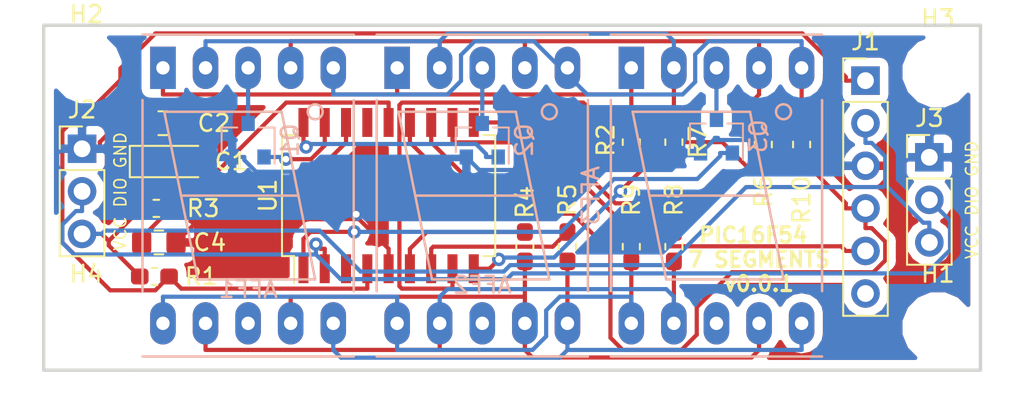
<source format=kicad_pcb>
(kicad_pcb (version 20171130) (host pcbnew 5.0.2-bee76a0~70~ubuntu16.04.1)

  (general
    (thickness 1.6)
    (drawings 9)
    (tracks 281)
    (zones 0)
    (modules 27)
    (nets 28)
  )

  (page A4)
  (layers
    (0 F.Cu signal)
    (31 B.Cu signal)
    (32 B.Adhes user)
    (33 F.Adhes user)
    (34 B.Paste user)
    (35 F.Paste user)
    (36 B.SilkS user)
    (37 F.SilkS user)
    (38 B.Mask user)
    (39 F.Mask user)
    (40 Dwgs.User user)
    (41 Cmts.User user)
    (42 Eco1.User user)
    (43 Eco2.User user)
    (44 Edge.Cuts user)
    (45 Margin user)
    (46 B.CrtYd user)
    (47 F.CrtYd user)
    (48 B.Fab user)
    (49 F.Fab user)
  )

  (setup
    (last_trace_width 0.25)
    (trace_clearance 0.2)
    (zone_clearance 0.508)
    (zone_45_only no)
    (trace_min 0.2)
    (segment_width 0.2)
    (edge_width 0.15)
    (via_size 0.8)
    (via_drill 0.4)
    (via_min_size 0.4)
    (via_min_drill 0.3)
    (uvia_size 0.3)
    (uvia_drill 0.1)
    (uvias_allowed no)
    (uvia_min_size 0.2)
    (uvia_min_drill 0.1)
    (pcb_text_width 0.3)
    (pcb_text_size 1.5 1.5)
    (mod_edge_width 0.15)
    (mod_text_size 1 1)
    (mod_text_width 0.15)
    (pad_size 1.524 1.524)
    (pad_drill 0.762)
    (pad_to_mask_clearance 0.051)
    (solder_mask_min_width 0.25)
    (aux_axis_origin 0 0)
    (visible_elements FFFFFF7F)
    (pcbplotparams
      (layerselection 0x010fc_ffffffff)
      (usegerberextensions false)
      (usegerberattributes false)
      (usegerberadvancedattributes false)
      (creategerberjobfile false)
      (excludeedgelayer true)
      (linewidth 0.100000)
      (plotframeref false)
      (viasonmask false)
      (mode 1)
      (useauxorigin false)
      (hpglpennumber 1)
      (hpglpenspeed 20)
      (hpglpendiameter 15.000000)
      (psnegative false)
      (psa4output false)
      (plotreference true)
      (plotvalue true)
      (plotinvisibletext false)
      (padsonsilk false)
      (subtractmaskfromsilk false)
      (outputformat 1)
      (mirror false)
      (drillshape 1)
      (scaleselection 1)
      (outputdirectory ""))
  )

  (net 0 "")
  (net 1 /SEG_E)
  (net 2 /SEG_D)
  (net 3 "Net-(AFF1-Pad3)")
  (net 4 /SEG_C)
  (net 5 /SEG_B)
  (net 6 /SEG_A)
  (net 7 "Net-(AFF2-Pad3)")
  (net 8 "Net-(AFF3-Pad3)")
  (net 9 VCC)
  (net 10 GND)
  (net 11 "Net-(C4-Pad1)")
  (net 12 "Net-(J1-Pad1)")
  (net 13 /DIG_0)
  (net 14 /DIG_1)
  (net 15 /DIG_2)
  (net 16 /DIO)
  (net 17 /PGC)
  (net 18 /PGD)
  (net 19 /SEG_DP)
  (net 20 /SEG_F)
  (net 21 /SEG_G)
  (net 22 "Net-(R2-Pad2)")
  (net 23 "Net-(R4-Pad2)")
  (net 24 "Net-(R5-Pad2)")
  (net 25 "Net-(R6-Pad2)")
  (net 26 "Net-(R7-Pad2)")
  (net 27 "Net-(R8-Pad2)")

  (net_class Default "This is the default net class."
    (clearance 0.2)
    (trace_width 0.25)
    (via_dia 0.8)
    (via_drill 0.4)
    (uvia_dia 0.3)
    (uvia_drill 0.1)
    (add_net /DIG_0)
    (add_net /DIG_1)
    (add_net /DIG_2)
    (add_net /DIO)
    (add_net /PGC)
    (add_net /PGD)
    (add_net /SEG_A)
    (add_net /SEG_B)
    (add_net /SEG_C)
    (add_net /SEG_D)
    (add_net /SEG_DP)
    (add_net /SEG_E)
    (add_net /SEG_F)
    (add_net /SEG_G)
    (add_net GND)
    (add_net "Net-(AFF1-Pad3)")
    (add_net "Net-(AFF2-Pad3)")
    (add_net "Net-(AFF3-Pad3)")
    (add_net "Net-(C4-Pad1)")
    (add_net "Net-(J1-Pad1)")
    (add_net "Net-(R2-Pad2)")
    (add_net "Net-(R4-Pad2)")
    (add_net "Net-(R5-Pad2)")
    (add_net "Net-(R6-Pad2)")
    (add_net "Net-(R7-Pad2)")
    (add_net "Net-(R8-Pad2)")
    (add_net VCC)
  )

  (module Display_7Segment:7SegmentLED_LTS6760_LTS6780 (layer B.Cu) (tedit 5BE69100) (tstamp 5F048844)
    (at 98.806 90.17 270)
    (descr "7-Segment Display, LTS67x0, http://optoelectronics.liteon.com/upload/download/DS30-2001-355/S6760jd.pdf")
    (tags "7Segment LED LTS6760 LTS6780")
    (path /5EFFD007)
    (fp_text reference AFF1 (at 13.208 -5.08) (layer B.SilkS)
      (effects (font (size 1 1) (thickness 0.15)) (justify mirror))
    )
    (fp_text value LTS-6980HR (at 7.62 -12.58 270) (layer B.Fab)
      (effects (font (size 1 1) (thickness 0.15)) (justify mirror))
    )
    (fp_line (start -2.38 1.67) (end 17.62 1.67) (layer B.CrtYd) (width 0.05))
    (fp_line (start -2.38 -11.83) (end -2.38 1.67) (layer B.CrtYd) (width 0.05))
    (fp_line (start 17.62 -11.83) (end -2.38 -11.83) (layer B.CrtYd) (width 0.05))
    (fp_line (start 17.62 1.67) (end 17.62 -11.83) (layer B.CrtYd) (width 0.05))
    (fp_text user %R (at 7.87 -5.08 270) (layer B.Fab)
      (effects (font (size 1 1) (thickness 0.15)) (justify mirror))
    )
    (fp_line (start 12.62 -2.08) (end 7.62 -1.08) (layer B.SilkS) (width 0.15))
    (fp_line (start 7.62 -1.08) (end 2.62 -0.08) (layer B.SilkS) (width 0.15))
    (fp_line (start 2.62 -0.08) (end 2.62 -7.08) (layer B.SilkS) (width 0.15))
    (fp_line (start 2.62 -7.08) (end 7.62 -8.08) (layer B.SilkS) (width 0.15))
    (fp_line (start 12.62 -9.08) (end 7.62 -8.08) (layer B.SilkS) (width 0.15))
    (fp_line (start 7.62 -8.08) (end 7.62 -1.08) (layer B.SilkS) (width 0.15))
    (fp_line (start 12.62 -2.08) (end 12.62 -9.08) (layer B.SilkS) (width 0.15))
    (fp_line (start -1.98 -11.38) (end -1.98 1.22) (layer B.SilkS) (width 0.15))
    (fp_line (start 13.32 1.22) (end 1.92 1.22) (layer B.SilkS) (width 0.15))
    (fp_line (start 13.32 -11.38) (end 1.92 -11.38) (layer B.SilkS) (width 0.15))
    (fp_line (start 17.22 1.22) (end 17.22 -11.38) (layer B.SilkS) (width 0.15))
    (fp_circle (center 2.62 -9.08) (end 2.42 -9.48) (layer B.SilkS) (width 0.15))
    (fp_line (start -1.88 -11.33) (end 17.12 -11.33) (layer B.Fab) (width 0.1))
    (fp_line (start 17.12 -11.33) (end 17.12 1.17) (layer B.Fab) (width 0.1))
    (fp_line (start 17.12 1.17) (end -0.88 1.17) (layer B.Fab) (width 0.1))
    (fp_line (start -0.88 1.17) (end -1.88 0.17) (layer B.Fab) (width 0.1))
    (fp_line (start -1.88 0.17) (end -1.88 -11.33) (layer B.Fab) (width 0.1))
    (pad 1 thru_hole rect (at 0 0) (size 1.524 2.524) (drill 0.8) (layers *.Cu *.Mask)
      (net 1 /SEG_E))
    (pad 2 thru_hole oval (at 0 -2.54) (size 1.524 2.524) (drill 0.8) (layers *.Cu *.Mask)
      (net 2 /SEG_D))
    (pad 3 thru_hole oval (at 0 -5.08) (size 1.524 2.524) (drill 0.8) (layers *.Cu *.Mask)
      (net 3 "Net-(AFF1-Pad3)"))
    (pad 4 thru_hole oval (at 0 -7.62) (size 1.524 2.524) (drill 0.8) (layers *.Cu *.Mask)
      (net 4 /SEG_C))
    (pad 5 thru_hole oval (at 0 -10.16) (size 1.524 2.524) (drill 0.8) (layers *.Cu *.Mask)
      (net 19 /SEG_DP))
    (pad 6 thru_hole oval (at 15.24 -10.16) (size 1.524 2.524) (drill 0.8) (layers *.Cu *.Mask)
      (net 5 /SEG_B))
    (pad 7 thru_hole oval (at 15.24 -7.62) (size 1.524 2.524) (drill 0.8) (layers *.Cu *.Mask)
      (net 6 /SEG_A))
    (pad 8 thru_hole oval (at 15.24 -5.08) (size 1.524 2.524) (drill 0.8) (layers *.Cu *.Mask))
    (pad 9 thru_hole oval (at 15.24 -2.54) (size 1.524 2.524) (drill 0.8) (layers *.Cu *.Mask)
      (net 20 /SEG_F))
    (pad 10 thru_hole oval (at 15.24 0) (size 1.524 2.524) (drill 0.8) (layers *.Cu *.Mask)
      (net 21 /SEG_G))
    (model ${KISYS3DMOD}/Display_7Segment.3dshapes/7SegmentLED_LTS6760_LTS6780.wrl
      (at (xyz 0 0 0))
      (scale (xyz 1 1 1))
      (rotate (xyz 0 0 0))
    )
  )

  (module Display_7Segment:7SegmentLED_LTS6760_LTS6780 (layer B.Cu) (tedit 5BE69100) (tstamp 5F048868)
    (at 112.776 90.17 270)
    (descr "7-Segment Display, LTS67x0, http://optoelectronics.liteon.com/upload/download/DS30-2001-355/S6760jd.pdf")
    (tags "7Segment LED LTS6760 LTS6780")
    (path /5EFFD138)
    (fp_text reference AFF2 (at 12.954 -5.08) (layer B.SilkS)
      (effects (font (size 1 1) (thickness 0.15)) (justify mirror))
    )
    (fp_text value LTS-6980HR (at 7.62 -12.58 270) (layer B.Fab)
      (effects (font (size 1 1) (thickness 0.15)) (justify mirror))
    )
    (fp_line (start -1.88 0.17) (end -1.88 -11.33) (layer B.Fab) (width 0.1))
    (fp_line (start -0.88 1.17) (end -1.88 0.17) (layer B.Fab) (width 0.1))
    (fp_line (start 17.12 1.17) (end -0.88 1.17) (layer B.Fab) (width 0.1))
    (fp_line (start 17.12 -11.33) (end 17.12 1.17) (layer B.Fab) (width 0.1))
    (fp_line (start -1.88 -11.33) (end 17.12 -11.33) (layer B.Fab) (width 0.1))
    (fp_circle (center 2.62 -9.08) (end 2.42 -9.48) (layer B.SilkS) (width 0.15))
    (fp_line (start 17.22 1.22) (end 17.22 -11.38) (layer B.SilkS) (width 0.15))
    (fp_line (start 13.32 -11.38) (end 1.92 -11.38) (layer B.SilkS) (width 0.15))
    (fp_line (start 13.32 1.22) (end 1.92 1.22) (layer B.SilkS) (width 0.15))
    (fp_line (start -1.98 -11.38) (end -1.98 1.22) (layer B.SilkS) (width 0.15))
    (fp_line (start 12.62 -2.08) (end 12.62 -9.08) (layer B.SilkS) (width 0.15))
    (fp_line (start 7.62 -8.08) (end 7.62 -1.08) (layer B.SilkS) (width 0.15))
    (fp_line (start 12.62 -9.08) (end 7.62 -8.08) (layer B.SilkS) (width 0.15))
    (fp_line (start 2.62 -7.08) (end 7.62 -8.08) (layer B.SilkS) (width 0.15))
    (fp_line (start 2.62 -0.08) (end 2.62 -7.08) (layer B.SilkS) (width 0.15))
    (fp_line (start 7.62 -1.08) (end 2.62 -0.08) (layer B.SilkS) (width 0.15))
    (fp_line (start 12.62 -2.08) (end 7.62 -1.08) (layer B.SilkS) (width 0.15))
    (fp_text user %R (at 7.87 -5.08 270) (layer B.Fab)
      (effects (font (size 1 1) (thickness 0.15)) (justify mirror))
    )
    (fp_line (start 17.62 1.67) (end 17.62 -11.83) (layer B.CrtYd) (width 0.05))
    (fp_line (start 17.62 -11.83) (end -2.38 -11.83) (layer B.CrtYd) (width 0.05))
    (fp_line (start -2.38 -11.83) (end -2.38 1.67) (layer B.CrtYd) (width 0.05))
    (fp_line (start -2.38 1.67) (end 17.62 1.67) (layer B.CrtYd) (width 0.05))
    (pad 10 thru_hole oval (at 15.24 0) (size 1.524 2.524) (drill 0.8) (layers *.Cu *.Mask)
      (net 21 /SEG_G))
    (pad 9 thru_hole oval (at 15.24 -2.54) (size 1.524 2.524) (drill 0.8) (layers *.Cu *.Mask)
      (net 20 /SEG_F))
    (pad 8 thru_hole oval (at 15.24 -5.08) (size 1.524 2.524) (drill 0.8) (layers *.Cu *.Mask))
    (pad 7 thru_hole oval (at 15.24 -7.62) (size 1.524 2.524) (drill 0.8) (layers *.Cu *.Mask)
      (net 6 /SEG_A))
    (pad 6 thru_hole oval (at 15.24 -10.16) (size 1.524 2.524) (drill 0.8) (layers *.Cu *.Mask)
      (net 5 /SEG_B))
    (pad 5 thru_hole oval (at 0 -10.16) (size 1.524 2.524) (drill 0.8) (layers *.Cu *.Mask)
      (net 19 /SEG_DP))
    (pad 4 thru_hole oval (at 0 -7.62) (size 1.524 2.524) (drill 0.8) (layers *.Cu *.Mask)
      (net 4 /SEG_C))
    (pad 3 thru_hole oval (at 0 -5.08) (size 1.524 2.524) (drill 0.8) (layers *.Cu *.Mask)
      (net 7 "Net-(AFF2-Pad3)"))
    (pad 2 thru_hole oval (at 0 -2.54) (size 1.524 2.524) (drill 0.8) (layers *.Cu *.Mask)
      (net 2 /SEG_D))
    (pad 1 thru_hole rect (at 0 0) (size 1.524 2.524) (drill 0.8) (layers *.Cu *.Mask)
      (net 1 /SEG_E))
    (model ${KISYS3DMOD}/Display_7Segment.3dshapes/7SegmentLED_LTS6760_LTS6780.wrl
      (at (xyz 0 0 0))
      (scale (xyz 1 1 1))
      (rotate (xyz 0 0 0))
    )
  )

  (module Display_7Segment:7SegmentLED_LTS6760_LTS6780 (layer B.Cu) (tedit 5BE69100) (tstamp 5F04888C)
    (at 126.746 90.17 270)
    (descr "7-Segment Display, LTS67x0, http://optoelectronics.liteon.com/upload/download/DS30-2001-355/S6760jd.pdf")
    (tags "7Segment LED LTS6760 LTS6780")
    (path /5EFFD197)
    (fp_text reference AFF3 (at 7.62 2.42 270) (layer B.SilkS)
      (effects (font (size 1 1) (thickness 0.15)) (justify mirror))
    )
    (fp_text value LTS-6980HR (at 7.62 -12.58 270) (layer B.Fab)
      (effects (font (size 1 1) (thickness 0.15)) (justify mirror))
    )
    (fp_line (start -2.38 1.67) (end 17.62 1.67) (layer B.CrtYd) (width 0.05))
    (fp_line (start -2.38 -11.83) (end -2.38 1.67) (layer B.CrtYd) (width 0.05))
    (fp_line (start 17.62 -11.83) (end -2.38 -11.83) (layer B.CrtYd) (width 0.05))
    (fp_line (start 17.62 1.67) (end 17.62 -11.83) (layer B.CrtYd) (width 0.05))
    (fp_text user %R (at 7.87 -5.08 270) (layer B.Fab)
      (effects (font (size 1 1) (thickness 0.15)) (justify mirror))
    )
    (fp_line (start 12.62 -2.08) (end 7.62 -1.08) (layer B.SilkS) (width 0.15))
    (fp_line (start 7.62 -1.08) (end 2.62 -0.08) (layer B.SilkS) (width 0.15))
    (fp_line (start 2.62 -0.08) (end 2.62 -7.08) (layer B.SilkS) (width 0.15))
    (fp_line (start 2.62 -7.08) (end 7.62 -8.08) (layer B.SilkS) (width 0.15))
    (fp_line (start 12.62 -9.08) (end 7.62 -8.08) (layer B.SilkS) (width 0.15))
    (fp_line (start 7.62 -8.08) (end 7.62 -1.08) (layer B.SilkS) (width 0.15))
    (fp_line (start 12.62 -2.08) (end 12.62 -9.08) (layer B.SilkS) (width 0.15))
    (fp_line (start -1.98 -11.38) (end -1.98 1.22) (layer B.SilkS) (width 0.15))
    (fp_line (start 13.32 1.22) (end 1.92 1.22) (layer B.SilkS) (width 0.15))
    (fp_line (start 13.32 -11.38) (end 1.92 -11.38) (layer B.SilkS) (width 0.15))
    (fp_line (start 17.22 1.22) (end 17.22 -11.38) (layer B.SilkS) (width 0.15))
    (fp_circle (center 2.62 -9.08) (end 2.42 -9.48) (layer B.SilkS) (width 0.15))
    (fp_line (start -1.88 -11.33) (end 17.12 -11.33) (layer B.Fab) (width 0.1))
    (fp_line (start 17.12 -11.33) (end 17.12 1.17) (layer B.Fab) (width 0.1))
    (fp_line (start 17.12 1.17) (end -0.88 1.17) (layer B.Fab) (width 0.1))
    (fp_line (start -0.88 1.17) (end -1.88 0.17) (layer B.Fab) (width 0.1))
    (fp_line (start -1.88 0.17) (end -1.88 -11.33) (layer B.Fab) (width 0.1))
    (pad 1 thru_hole rect (at 0 0) (size 1.524 2.524) (drill 0.8) (layers *.Cu *.Mask)
      (net 1 /SEG_E))
    (pad 2 thru_hole oval (at 0 -2.54) (size 1.524 2.524) (drill 0.8) (layers *.Cu *.Mask)
      (net 2 /SEG_D))
    (pad 3 thru_hole oval (at 0 -5.08) (size 1.524 2.524) (drill 0.8) (layers *.Cu *.Mask)
      (net 8 "Net-(AFF3-Pad3)"))
    (pad 4 thru_hole oval (at 0 -7.62) (size 1.524 2.524) (drill 0.8) (layers *.Cu *.Mask)
      (net 4 /SEG_C))
    (pad 5 thru_hole oval (at 0 -10.16) (size 1.524 2.524) (drill 0.8) (layers *.Cu *.Mask)
      (net 19 /SEG_DP))
    (pad 6 thru_hole oval (at 15.24 -10.16) (size 1.524 2.524) (drill 0.8) (layers *.Cu *.Mask)
      (net 5 /SEG_B))
    (pad 7 thru_hole oval (at 15.24 -7.62) (size 1.524 2.524) (drill 0.8) (layers *.Cu *.Mask)
      (net 6 /SEG_A))
    (pad 8 thru_hole oval (at 15.24 -5.08) (size 1.524 2.524) (drill 0.8) (layers *.Cu *.Mask))
    (pad 9 thru_hole oval (at 15.24 -2.54) (size 1.524 2.524) (drill 0.8) (layers *.Cu *.Mask)
      (net 20 /SEG_F))
    (pad 10 thru_hole oval (at 15.24 0) (size 1.524 2.524) (drill 0.8) (layers *.Cu *.Mask)
      (net 21 /SEG_G))
    (model ${KISYS3DMOD}/Display_7Segment.3dshapes/7SegmentLED_LTS6760_LTS6780.wrl
      (at (xyz 0 0 0))
      (scale (xyz 1 1 1))
      (rotate (xyz 0 0 0))
    )
  )

  (module Capacitor_Tantalum_SMD:CP_EIA-3216-18_Kemet-A_Pad1.58x1.35mm_HandSolder (layer F.Cu) (tedit 5B301BBE) (tstamp 5F0488C3)
    (at 99.314 95.758)
    (descr "Tantalum Capacitor SMD Kemet-A (3216-18 Metric), IPC_7351 nominal, (Body size from: http://www.kemet.com/Lists/ProductCatalog/Attachments/253/KEM_TC101_STD.pdf), generated with kicad-footprint-generator")
    (tags "capacitor tantalum")
    (path /5EE918BD)
    (attr smd)
    (fp_text reference C1 (at 3.556 0) (layer F.SilkS)
      (effects (font (size 1 1) (thickness 0.15)))
    )
    (fp_text value 10u (at 0 1.75) (layer F.Fab)
      (effects (font (size 1 1) (thickness 0.15)))
    )
    (fp_line (start 1.6 -0.8) (end -1.2 -0.8) (layer F.Fab) (width 0.1))
    (fp_line (start -1.2 -0.8) (end -1.6 -0.4) (layer F.Fab) (width 0.1))
    (fp_line (start -1.6 -0.4) (end -1.6 0.8) (layer F.Fab) (width 0.1))
    (fp_line (start -1.6 0.8) (end 1.6 0.8) (layer F.Fab) (width 0.1))
    (fp_line (start 1.6 0.8) (end 1.6 -0.8) (layer F.Fab) (width 0.1))
    (fp_line (start 1.6 -0.935) (end -2.485 -0.935) (layer F.SilkS) (width 0.12))
    (fp_line (start -2.485 -0.935) (end -2.485 0.935) (layer F.SilkS) (width 0.12))
    (fp_line (start -2.485 0.935) (end 1.6 0.935) (layer F.SilkS) (width 0.12))
    (fp_line (start -2.48 1.05) (end -2.48 -1.05) (layer F.CrtYd) (width 0.05))
    (fp_line (start -2.48 -1.05) (end 2.48 -1.05) (layer F.CrtYd) (width 0.05))
    (fp_line (start 2.48 -1.05) (end 2.48 1.05) (layer F.CrtYd) (width 0.05))
    (fp_line (start 2.48 1.05) (end -2.48 1.05) (layer F.CrtYd) (width 0.05))
    (fp_text user %R (at 0 0) (layer F.Fab)
      (effects (font (size 0.8 0.8) (thickness 0.12)))
    )
    (pad 1 smd roundrect (at -1.4375 0) (size 1.575 1.35) (layers F.Cu F.Paste F.Mask) (roundrect_rratio 0.185185)
      (net 9 VCC))
    (pad 2 smd roundrect (at 1.4375 0) (size 1.575 1.35) (layers F.Cu F.Paste F.Mask) (roundrect_rratio 0.185185)
      (net 10 GND))
    (model ${KISYS3DMOD}/Capacitor_Tantalum_SMD.3dshapes/CP_EIA-3216-18_Kemet-A.wrl
      (at (xyz 0 0 0))
      (scale (xyz 1 1 1))
      (rotate (xyz 0 0 0))
    )
  )

  (module Capacitor_SMD:C_0805_2012Metric_Pad1.15x1.40mm_HandSolder (layer F.Cu) (tedit 5B36C52B) (tstamp 5EF88EF5)
    (at 98.797 93.472)
    (descr "Capacitor SMD 0805 (2012 Metric), square (rectangular) end terminal, IPC_7351 nominal with elongated pad for handsoldering. (Body size source: https://docs.google.com/spreadsheets/d/1BsfQQcO9C6DZCsRaXUlFlo91Tg2WpOkGARC1WS5S8t0/edit?usp=sharing), generated with kicad-footprint-generator")
    (tags "capacitor handsolder")
    (path /5EE917D5)
    (attr smd)
    (fp_text reference C2 (at 3.048 0) (layer F.SilkS)
      (effects (font (size 1 1) (thickness 0.15)))
    )
    (fp_text value 100n (at 0 1.65) (layer F.Fab)
      (effects (font (size 1 1) (thickness 0.15)))
    )
    (fp_line (start -1 0.6) (end -1 -0.6) (layer F.Fab) (width 0.1))
    (fp_line (start -1 -0.6) (end 1 -0.6) (layer F.Fab) (width 0.1))
    (fp_line (start 1 -0.6) (end 1 0.6) (layer F.Fab) (width 0.1))
    (fp_line (start 1 0.6) (end -1 0.6) (layer F.Fab) (width 0.1))
    (fp_line (start -0.261252 -0.71) (end 0.261252 -0.71) (layer F.SilkS) (width 0.12))
    (fp_line (start -0.261252 0.71) (end 0.261252 0.71) (layer F.SilkS) (width 0.12))
    (fp_line (start -1.85 0.95) (end -1.85 -0.95) (layer F.CrtYd) (width 0.05))
    (fp_line (start -1.85 -0.95) (end 1.85 -0.95) (layer F.CrtYd) (width 0.05))
    (fp_line (start 1.85 -0.95) (end 1.85 0.95) (layer F.CrtYd) (width 0.05))
    (fp_line (start 1.85 0.95) (end -1.85 0.95) (layer F.CrtYd) (width 0.05))
    (fp_text user %R (at 0 0) (layer F.Fab)
      (effects (font (size 0.5 0.5) (thickness 0.08)))
    )
    (pad 1 smd roundrect (at -1.025 0) (size 1.15 1.4) (layers F.Cu F.Paste F.Mask) (roundrect_rratio 0.217391)
      (net 9 VCC))
    (pad 2 smd roundrect (at 1.025 0) (size 1.15 1.4) (layers F.Cu F.Paste F.Mask) (roundrect_rratio 0.217391)
      (net 10 GND))
    (model ${KISYS3DMOD}/Capacitor_SMD.3dshapes/C_0805_2012Metric.wrl
      (at (xyz 0 0 0))
      (scale (xyz 1 1 1))
      (rotate (xyz 0 0 0))
    )
  )

  (module Capacitor_SMD:C_0805_2012Metric_Pad1.15x1.40mm_HandSolder (layer F.Cu) (tedit 5B36C52B) (tstamp 5F0488E5)
    (at 98.561 100.584)
    (descr "Capacitor SMD 0805 (2012 Metric), square (rectangular) end terminal, IPC_7351 nominal with elongated pad for handsoldering. (Body size source: https://docs.google.com/spreadsheets/d/1BsfQQcO9C6DZCsRaXUlFlo91Tg2WpOkGARC1WS5S8t0/edit?usp=sharing), generated with kicad-footprint-generator")
    (tags "capacitor handsolder")
    (path /5EE901A2)
    (attr smd)
    (fp_text reference C4 (at 3.039 0) (layer F.SilkS)
      (effects (font (size 1 1) (thickness 0.15)))
    )
    (fp_text value 22p (at 0 1.65) (layer F.Fab)
      (effects (font (size 1 1) (thickness 0.15)))
    )
    (fp_text user %R (at 0 0) (layer F.Fab)
      (effects (font (size 0.5 0.5) (thickness 0.08)))
    )
    (fp_line (start 1.85 0.95) (end -1.85 0.95) (layer F.CrtYd) (width 0.05))
    (fp_line (start 1.85 -0.95) (end 1.85 0.95) (layer F.CrtYd) (width 0.05))
    (fp_line (start -1.85 -0.95) (end 1.85 -0.95) (layer F.CrtYd) (width 0.05))
    (fp_line (start -1.85 0.95) (end -1.85 -0.95) (layer F.CrtYd) (width 0.05))
    (fp_line (start -0.261252 0.71) (end 0.261252 0.71) (layer F.SilkS) (width 0.12))
    (fp_line (start -0.261252 -0.71) (end 0.261252 -0.71) (layer F.SilkS) (width 0.12))
    (fp_line (start 1 0.6) (end -1 0.6) (layer F.Fab) (width 0.1))
    (fp_line (start 1 -0.6) (end 1 0.6) (layer F.Fab) (width 0.1))
    (fp_line (start -1 -0.6) (end 1 -0.6) (layer F.Fab) (width 0.1))
    (fp_line (start -1 0.6) (end -1 -0.6) (layer F.Fab) (width 0.1))
    (pad 2 smd roundrect (at 1.025 0) (size 1.15 1.4) (layers F.Cu F.Paste F.Mask) (roundrect_rratio 0.217391)
      (net 10 GND))
    (pad 1 smd roundrect (at -1.025 0) (size 1.15 1.4) (layers F.Cu F.Paste F.Mask) (roundrect_rratio 0.217391)
      (net 11 "Net-(C4-Pad1)"))
    (model ${KISYS3DMOD}/Capacitor_SMD.3dshapes/C_0805_2012Metric.wrl
      (at (xyz 0 0 0))
      (scale (xyz 1 1 1))
      (rotate (xyz 0 0 0))
    )
  )

  (module Connector_PinHeader_2.54mm:PinHeader_1x06_P2.54mm_Vertical (layer F.Cu) (tedit 59FED5CC) (tstamp 5F048912)
    (at 140.716 90.932)
    (descr "Through hole straight pin header, 1x06, 2.54mm pitch, single row")
    (tags "Through hole pin header THT 1x06 2.54mm single row")
    (path /5EE8F0E9)
    (fp_text reference J1 (at 0 -2.33) (layer F.SilkS)
      (effects (font (size 1 1) (thickness 0.15)))
    )
    (fp_text value ICSP (at 0 15.03) (layer F.Fab)
      (effects (font (size 1 1) (thickness 0.15)))
    )
    (fp_line (start -0.635 -1.27) (end 1.27 -1.27) (layer F.Fab) (width 0.1))
    (fp_line (start 1.27 -1.27) (end 1.27 13.97) (layer F.Fab) (width 0.1))
    (fp_line (start 1.27 13.97) (end -1.27 13.97) (layer F.Fab) (width 0.1))
    (fp_line (start -1.27 13.97) (end -1.27 -0.635) (layer F.Fab) (width 0.1))
    (fp_line (start -1.27 -0.635) (end -0.635 -1.27) (layer F.Fab) (width 0.1))
    (fp_line (start -1.33 14.03) (end 1.33 14.03) (layer F.SilkS) (width 0.12))
    (fp_line (start -1.33 1.27) (end -1.33 14.03) (layer F.SilkS) (width 0.12))
    (fp_line (start 1.33 1.27) (end 1.33 14.03) (layer F.SilkS) (width 0.12))
    (fp_line (start -1.33 1.27) (end 1.33 1.27) (layer F.SilkS) (width 0.12))
    (fp_line (start -1.33 0) (end -1.33 -1.33) (layer F.SilkS) (width 0.12))
    (fp_line (start -1.33 -1.33) (end 0 -1.33) (layer F.SilkS) (width 0.12))
    (fp_line (start -1.8 -1.8) (end -1.8 14.5) (layer F.CrtYd) (width 0.05))
    (fp_line (start -1.8 14.5) (end 1.8 14.5) (layer F.CrtYd) (width 0.05))
    (fp_line (start 1.8 14.5) (end 1.8 -1.8) (layer F.CrtYd) (width 0.05))
    (fp_line (start 1.8 -1.8) (end -1.8 -1.8) (layer F.CrtYd) (width 0.05))
    (fp_text user %R (at 0 6.35 90) (layer F.Fab)
      (effects (font (size 1 1) (thickness 0.15)))
    )
    (pad 1 thru_hole rect (at 0 0) (size 1.7 1.7) (drill 1) (layers *.Cu *.Mask)
      (net 12 "Net-(J1-Pad1)"))
    (pad 2 thru_hole oval (at 0 2.54) (size 1.7 1.7) (drill 1) (layers *.Cu *.Mask)
      (net 9 VCC))
    (pad 3 thru_hole oval (at 0 5.08) (size 1.7 1.7) (drill 1) (layers *.Cu *.Mask)
      (net 10 GND))
    (pad 4 thru_hole oval (at 0 7.62) (size 1.7 1.7) (drill 1) (layers *.Cu *.Mask)
      (net 18 /PGD))
    (pad 5 thru_hole oval (at 0 10.16) (size 1.7 1.7) (drill 1) (layers *.Cu *.Mask)
      (net 17 /PGC))
    (pad 6 thru_hole oval (at 0 12.7) (size 1.7 1.7) (drill 1) (layers *.Cu *.Mask))
    (model ${KISYS3DMOD}/Connector_PinHeader_2.54mm.3dshapes/PinHeader_1x06_P2.54mm_Vertical.wrl
      (at (xyz 0 0 0))
      (scale (xyz 1 1 1))
      (rotate (xyz 0 0 0))
    )
  )

  (module Package_TO_SOT_SMD:SOT-23 (layer B.Cu) (tedit 5A02FF57) (tstamp 5F048927)
    (at 103.886 94.488 90)
    (descr "SOT-23, Standard")
    (tags SOT-23)
    (path /5F080DDE)
    (attr smd)
    (fp_text reference Q1 (at 0 2.5 90) (layer B.SilkS)
      (effects (font (size 1 1) (thickness 0.15)) (justify mirror))
    )
    (fp_text value 2N7002 (at 0 -2.5 90) (layer B.Fab)
      (effects (font (size 1 1) (thickness 0.15)) (justify mirror))
    )
    (fp_text user %R (at 0 0) (layer B.Fab)
      (effects (font (size 0.5 0.5) (thickness 0.075)) (justify mirror))
    )
    (fp_line (start -0.7 0.95) (end -0.7 -1.5) (layer B.Fab) (width 0.1))
    (fp_line (start -0.15 1.52) (end 0.7 1.52) (layer B.Fab) (width 0.1))
    (fp_line (start -0.7 0.95) (end -0.15 1.52) (layer B.Fab) (width 0.1))
    (fp_line (start 0.7 1.52) (end 0.7 -1.52) (layer B.Fab) (width 0.1))
    (fp_line (start -0.7 -1.52) (end 0.7 -1.52) (layer B.Fab) (width 0.1))
    (fp_line (start 0.76 -1.58) (end 0.76 -0.65) (layer B.SilkS) (width 0.12))
    (fp_line (start 0.76 1.58) (end 0.76 0.65) (layer B.SilkS) (width 0.12))
    (fp_line (start -1.7 1.75) (end 1.7 1.75) (layer B.CrtYd) (width 0.05))
    (fp_line (start 1.7 1.75) (end 1.7 -1.75) (layer B.CrtYd) (width 0.05))
    (fp_line (start 1.7 -1.75) (end -1.7 -1.75) (layer B.CrtYd) (width 0.05))
    (fp_line (start -1.7 -1.75) (end -1.7 1.75) (layer B.CrtYd) (width 0.05))
    (fp_line (start 0.76 1.58) (end -1.4 1.58) (layer B.SilkS) (width 0.12))
    (fp_line (start 0.76 -1.58) (end -0.7 -1.58) (layer B.SilkS) (width 0.12))
    (pad 1 smd rect (at -1 0.95 90) (size 0.9 0.8) (layers B.Cu B.Paste B.Mask)
      (net 13 /DIG_0))
    (pad 2 smd rect (at -1 -0.95 90) (size 0.9 0.8) (layers B.Cu B.Paste B.Mask)
      (net 10 GND))
    (pad 3 smd rect (at 1 0 90) (size 0.9 0.8) (layers B.Cu B.Paste B.Mask)
      (net 3 "Net-(AFF1-Pad3)"))
    (model ${KISYS3DMOD}/Package_TO_SOT_SMD.3dshapes/SOT-23.wrl
      (at (xyz 0 0 0))
      (scale (xyz 1 1 1))
      (rotate (xyz 0 0 0))
    )
  )

  (module Package_TO_SOT_SMD:SOT-23 (layer B.Cu) (tedit 5A02FF57) (tstamp 5F04893C)
    (at 117.856 94.488 90)
    (descr "SOT-23, Standard")
    (tags SOT-23)
    (path /5F08FE70)
    (attr smd)
    (fp_text reference Q2 (at 0 2.5 90) (layer B.SilkS)
      (effects (font (size 1 1) (thickness 0.15)) (justify mirror))
    )
    (fp_text value 2N7002 (at 0 -2.5 90) (layer B.Fab)
      (effects (font (size 1 1) (thickness 0.15)) (justify mirror))
    )
    (fp_line (start 0.76 -1.58) (end -0.7 -1.58) (layer B.SilkS) (width 0.12))
    (fp_line (start 0.76 1.58) (end -1.4 1.58) (layer B.SilkS) (width 0.12))
    (fp_line (start -1.7 -1.75) (end -1.7 1.75) (layer B.CrtYd) (width 0.05))
    (fp_line (start 1.7 -1.75) (end -1.7 -1.75) (layer B.CrtYd) (width 0.05))
    (fp_line (start 1.7 1.75) (end 1.7 -1.75) (layer B.CrtYd) (width 0.05))
    (fp_line (start -1.7 1.75) (end 1.7 1.75) (layer B.CrtYd) (width 0.05))
    (fp_line (start 0.76 1.58) (end 0.76 0.65) (layer B.SilkS) (width 0.12))
    (fp_line (start 0.76 -1.58) (end 0.76 -0.65) (layer B.SilkS) (width 0.12))
    (fp_line (start -0.7 -1.52) (end 0.7 -1.52) (layer B.Fab) (width 0.1))
    (fp_line (start 0.7 1.52) (end 0.7 -1.52) (layer B.Fab) (width 0.1))
    (fp_line (start -0.7 0.95) (end -0.15 1.52) (layer B.Fab) (width 0.1))
    (fp_line (start -0.15 1.52) (end 0.7 1.52) (layer B.Fab) (width 0.1))
    (fp_line (start -0.7 0.95) (end -0.7 -1.5) (layer B.Fab) (width 0.1))
    (fp_text user %R (at 0 0) (layer B.Fab)
      (effects (font (size 0.5 0.5) (thickness 0.075)) (justify mirror))
    )
    (pad 3 smd rect (at 1 0 90) (size 0.9 0.8) (layers B.Cu B.Paste B.Mask)
      (net 7 "Net-(AFF2-Pad3)"))
    (pad 2 smd rect (at -1 -0.95 90) (size 0.9 0.8) (layers B.Cu B.Paste B.Mask)
      (net 10 GND))
    (pad 1 smd rect (at -1 0.95 90) (size 0.9 0.8) (layers B.Cu B.Paste B.Mask)
      (net 14 /DIG_1))
    (model ${KISYS3DMOD}/Package_TO_SOT_SMD.3dshapes/SOT-23.wrl
      (at (xyz 0 0 0))
      (scale (xyz 1 1 1))
      (rotate (xyz 0 0 0))
    )
  )

  (module Package_TO_SOT_SMD:SOT-23 (layer B.Cu) (tedit 5A02FF57) (tstamp 5F048951)
    (at 131.826 94.25 90)
    (descr "SOT-23, Standard")
    (tags SOT-23)
    (path /5F095172)
    (attr smd)
    (fp_text reference Q3 (at 0 2.5 90) (layer B.SilkS)
      (effects (font (size 1 1) (thickness 0.15)) (justify mirror))
    )
    (fp_text value 2N7002 (at 0 -2.5 90) (layer B.Fab)
      (effects (font (size 1 1) (thickness 0.15)) (justify mirror))
    )
    (fp_text user %R (at 0 0) (layer B.Fab)
      (effects (font (size 0.5 0.5) (thickness 0.075)) (justify mirror))
    )
    (fp_line (start -0.7 0.95) (end -0.7 -1.5) (layer B.Fab) (width 0.1))
    (fp_line (start -0.15 1.52) (end 0.7 1.52) (layer B.Fab) (width 0.1))
    (fp_line (start -0.7 0.95) (end -0.15 1.52) (layer B.Fab) (width 0.1))
    (fp_line (start 0.7 1.52) (end 0.7 -1.52) (layer B.Fab) (width 0.1))
    (fp_line (start -0.7 -1.52) (end 0.7 -1.52) (layer B.Fab) (width 0.1))
    (fp_line (start 0.76 -1.58) (end 0.76 -0.65) (layer B.SilkS) (width 0.12))
    (fp_line (start 0.76 1.58) (end 0.76 0.65) (layer B.SilkS) (width 0.12))
    (fp_line (start -1.7 1.75) (end 1.7 1.75) (layer B.CrtYd) (width 0.05))
    (fp_line (start 1.7 1.75) (end 1.7 -1.75) (layer B.CrtYd) (width 0.05))
    (fp_line (start 1.7 -1.75) (end -1.7 -1.75) (layer B.CrtYd) (width 0.05))
    (fp_line (start -1.7 -1.75) (end -1.7 1.75) (layer B.CrtYd) (width 0.05))
    (fp_line (start 0.76 1.58) (end -1.4 1.58) (layer B.SilkS) (width 0.12))
    (fp_line (start 0.76 -1.58) (end -0.7 -1.58) (layer B.SilkS) (width 0.12))
    (pad 1 smd rect (at -1 0.95 90) (size 0.9 0.8) (layers B.Cu B.Paste B.Mask)
      (net 15 /DIG_2))
    (pad 2 smd rect (at -1 -0.95 90) (size 0.9 0.8) (layers B.Cu B.Paste B.Mask)
      (net 10 GND))
    (pad 3 smd rect (at 1 0 90) (size 0.9 0.8) (layers B.Cu B.Paste B.Mask)
      (net 8 "Net-(AFF3-Pad3)"))
    (model ${KISYS3DMOD}/Package_TO_SOT_SMD.3dshapes/SOT-23.wrl
      (at (xyz 0 0 0))
      (scale (xyz 1 1 1))
      (rotate (xyz 0 0 0))
    )
  )

  (module Resistor_SMD:R_0603_1608Metric_Pad1.05x0.95mm_HandSolder (layer F.Cu) (tedit 5B301BBD) (tstamp 5F048977)
    (at 98.298 102.616)
    (descr "Resistor SMD 0603 (1608 Metric), square (rectangular) end terminal, IPC_7351 nominal with elongated pad for handsoldering. (Body size source: http://www.tortai-tech.com/upload/download/2011102023233369053.pdf), generated with kicad-footprint-generator")
    (tags "resistor handsolder")
    (path /5EE8FBE1)
    (attr smd)
    (fp_text reference R1 (at 2.794 0) (layer F.SilkS)
      (effects (font (size 1 1) (thickness 0.15)))
    )
    (fp_text value 10K (at 0 1.43) (layer F.Fab)
      (effects (font (size 1 1) (thickness 0.15)))
    )
    (fp_line (start -0.8 0.4) (end -0.8 -0.4) (layer F.Fab) (width 0.1))
    (fp_line (start -0.8 -0.4) (end 0.8 -0.4) (layer F.Fab) (width 0.1))
    (fp_line (start 0.8 -0.4) (end 0.8 0.4) (layer F.Fab) (width 0.1))
    (fp_line (start 0.8 0.4) (end -0.8 0.4) (layer F.Fab) (width 0.1))
    (fp_line (start -0.171267 -0.51) (end 0.171267 -0.51) (layer F.SilkS) (width 0.12))
    (fp_line (start -0.171267 0.51) (end 0.171267 0.51) (layer F.SilkS) (width 0.12))
    (fp_line (start -1.65 0.73) (end -1.65 -0.73) (layer F.CrtYd) (width 0.05))
    (fp_line (start -1.65 -0.73) (end 1.65 -0.73) (layer F.CrtYd) (width 0.05))
    (fp_line (start 1.65 -0.73) (end 1.65 0.73) (layer F.CrtYd) (width 0.05))
    (fp_line (start 1.65 0.73) (end -1.65 0.73) (layer F.CrtYd) (width 0.05))
    (fp_text user %R (at 0 0) (layer F.Fab)
      (effects (font (size 0.4 0.4) (thickness 0.06)))
    )
    (pad 1 smd roundrect (at -0.875 0) (size 1.05 0.95) (layers F.Cu F.Paste F.Mask) (roundrect_rratio 0.25)
      (net 9 VCC))
    (pad 2 smd roundrect (at 0.875 0) (size 1.05 0.95) (layers F.Cu F.Paste F.Mask) (roundrect_rratio 0.25)
      (net 12 "Net-(J1-Pad1)"))
    (model ${KISYS3DMOD}/Resistor_SMD.3dshapes/R_0603_1608Metric.wrl
      (at (xyz 0 0 0))
      (scale (xyz 1 1 1))
      (rotate (xyz 0 0 0))
    )
  )

  (module Resistor_SMD:R_0603_1608Metric_Pad1.05x0.95mm_HandSolder (layer F.Cu) (tedit 5B301BBD) (tstamp 5F049C05)
    (at 98.411 98.552)
    (descr "Resistor SMD 0603 (1608 Metric), square (rectangular) end terminal, IPC_7351 nominal with elongated pad for handsoldering. (Body size source: http://www.tortai-tech.com/upload/download/2011102023233369053.pdf), generated with kicad-footprint-generator")
    (tags "resistor handsolder")
    (path /5F0115A5)
    (attr smd)
    (fp_text reference R3 (at 2.794 0) (layer F.SilkS)
      (effects (font (size 1 1) (thickness 0.15)))
    )
    (fp_text value 10K (at 0 1.43) (layer F.Fab)
      (effects (font (size 1 1) (thickness 0.15)))
    )
    (fp_line (start -0.8 0.4) (end -0.8 -0.4) (layer F.Fab) (width 0.1))
    (fp_line (start -0.8 -0.4) (end 0.8 -0.4) (layer F.Fab) (width 0.1))
    (fp_line (start 0.8 -0.4) (end 0.8 0.4) (layer F.Fab) (width 0.1))
    (fp_line (start 0.8 0.4) (end -0.8 0.4) (layer F.Fab) (width 0.1))
    (fp_line (start -0.171267 -0.51) (end 0.171267 -0.51) (layer F.SilkS) (width 0.12))
    (fp_line (start -0.171267 0.51) (end 0.171267 0.51) (layer F.SilkS) (width 0.12))
    (fp_line (start -1.65 0.73) (end -1.65 -0.73) (layer F.CrtYd) (width 0.05))
    (fp_line (start -1.65 -0.73) (end 1.65 -0.73) (layer F.CrtYd) (width 0.05))
    (fp_line (start 1.65 -0.73) (end 1.65 0.73) (layer F.CrtYd) (width 0.05))
    (fp_line (start 1.65 0.73) (end -1.65 0.73) (layer F.CrtYd) (width 0.05))
    (fp_text user %R (at 0 0) (layer F.Fab)
      (effects (font (size 0.4 0.4) (thickness 0.06)))
    )
    (pad 1 smd roundrect (at -0.875 0) (size 1.05 0.95) (layers F.Cu F.Paste F.Mask) (roundrect_rratio 0.25)
      (net 9 VCC))
    (pad 2 smd roundrect (at 0.875 0) (size 1.05 0.95) (layers F.Cu F.Paste F.Mask) (roundrect_rratio 0.25)
      (net 11 "Net-(C4-Pad1)"))
    (model ${KISYS3DMOD}/Resistor_SMD.3dshapes/R_0603_1608Metric.wrl
      (at (xyz 0 0 0))
      (scale (xyz 1 1 1))
      (rotate (xyz 0 0 0))
    )
  )

  (module Resistor_SMD:R_0603_1608Metric_Pad1.05x0.95mm_HandSolder (layer F.Cu) (tedit 5B301BBD) (tstamp 5F0498DE)
    (at 120.396 100.838 90)
    (descr "Resistor SMD 0603 (1608 Metric), square (rectangular) end terminal, IPC_7351 nominal with elongated pad for handsoldering. (Body size source: http://www.tortai-tech.com/upload/download/2011102023233369053.pdf), generated with kicad-footprint-generator")
    (tags "resistor handsolder")
    (path /5F03DC97)
    (attr smd)
    (fp_text reference R4 (at 2.653 0 90) (layer F.SilkS)
      (effects (font (size 1 1) (thickness 0.15)))
    )
    (fp_text value 100 (at 0 1.43 90) (layer F.Fab)
      (effects (font (size 1 1) (thickness 0.15)))
    )
    (fp_text user %R (at 0 0 90) (layer F.Fab)
      (effects (font (size 0.4 0.4) (thickness 0.06)))
    )
    (fp_line (start 1.65 0.73) (end -1.65 0.73) (layer F.CrtYd) (width 0.05))
    (fp_line (start 1.65 -0.73) (end 1.65 0.73) (layer F.CrtYd) (width 0.05))
    (fp_line (start -1.65 -0.73) (end 1.65 -0.73) (layer F.CrtYd) (width 0.05))
    (fp_line (start -1.65 0.73) (end -1.65 -0.73) (layer F.CrtYd) (width 0.05))
    (fp_line (start -0.171267 0.51) (end 0.171267 0.51) (layer F.SilkS) (width 0.12))
    (fp_line (start -0.171267 -0.51) (end 0.171267 -0.51) (layer F.SilkS) (width 0.12))
    (fp_line (start 0.8 0.4) (end -0.8 0.4) (layer F.Fab) (width 0.1))
    (fp_line (start 0.8 -0.4) (end 0.8 0.4) (layer F.Fab) (width 0.1))
    (fp_line (start -0.8 -0.4) (end 0.8 -0.4) (layer F.Fab) (width 0.1))
    (fp_line (start -0.8 0.4) (end -0.8 -0.4) (layer F.Fab) (width 0.1))
    (pad 2 smd roundrect (at 0.875 0 90) (size 1.05 0.95) (layers F.Cu F.Paste F.Mask) (roundrect_rratio 0.25)
      (net 23 "Net-(R4-Pad2)"))
    (pad 1 smd roundrect (at -0.875 0 90) (size 1.05 0.95) (layers F.Cu F.Paste F.Mask) (roundrect_rratio 0.25)
      (net 6 /SEG_A))
    (model ${KISYS3DMOD}/Resistor_SMD.3dshapes/R_0603_1608Metric.wrl
      (at (xyz 0 0 0))
      (scale (xyz 1 1 1))
      (rotate (xyz 0 0 0))
    )
  )

  (module Resistor_SMD:R_0603_1608Metric_Pad1.05x0.95mm_HandSolder (layer F.Cu) (tedit 5B301BBD) (tstamp 5F0489BB)
    (at 122.936 100.838 90)
    (descr "Resistor SMD 0603 (1608 Metric), square (rectangular) end terminal, IPC_7351 nominal with elongated pad for handsoldering. (Body size source: http://www.tortai-tech.com/upload/download/2011102023233369053.pdf), generated with kicad-footprint-generator")
    (tags "resistor handsolder")
    (path /5F03DE26)
    (attr smd)
    (fp_text reference R5 (at 2.794 0 90) (layer F.SilkS)
      (effects (font (size 1 1) (thickness 0.15)))
    )
    (fp_text value 100 (at 0 1.43 90) (layer F.Fab)
      (effects (font (size 1 1) (thickness 0.15)))
    )
    (fp_line (start -0.8 0.4) (end -0.8 -0.4) (layer F.Fab) (width 0.1))
    (fp_line (start -0.8 -0.4) (end 0.8 -0.4) (layer F.Fab) (width 0.1))
    (fp_line (start 0.8 -0.4) (end 0.8 0.4) (layer F.Fab) (width 0.1))
    (fp_line (start 0.8 0.4) (end -0.8 0.4) (layer F.Fab) (width 0.1))
    (fp_line (start -0.171267 -0.51) (end 0.171267 -0.51) (layer F.SilkS) (width 0.12))
    (fp_line (start -0.171267 0.51) (end 0.171267 0.51) (layer F.SilkS) (width 0.12))
    (fp_line (start -1.65 0.73) (end -1.65 -0.73) (layer F.CrtYd) (width 0.05))
    (fp_line (start -1.65 -0.73) (end 1.65 -0.73) (layer F.CrtYd) (width 0.05))
    (fp_line (start 1.65 -0.73) (end 1.65 0.73) (layer F.CrtYd) (width 0.05))
    (fp_line (start 1.65 0.73) (end -1.65 0.73) (layer F.CrtYd) (width 0.05))
    (fp_text user %R (at 0 0 90) (layer F.Fab)
      (effects (font (size 0.4 0.4) (thickness 0.06)))
    )
    (pad 1 smd roundrect (at -0.875 0 90) (size 1.05 0.95) (layers F.Cu F.Paste F.Mask) (roundrect_rratio 0.25)
      (net 5 /SEG_B))
    (pad 2 smd roundrect (at 0.875 0 90) (size 1.05 0.95) (layers F.Cu F.Paste F.Mask) (roundrect_rratio 0.25)
      (net 24 "Net-(R5-Pad2)"))
    (model ${KISYS3DMOD}/Resistor_SMD.3dshapes/R_0603_1608Metric.wrl
      (at (xyz 0 0 0))
      (scale (xyz 1 1 1))
      (rotate (xyz 0 0 0))
    )
  )

  (module Resistor_SMD:R_0603_1608Metric_Pad1.05x0.95mm_HandSolder (layer F.Cu) (tedit 5B301BBD) (tstamp 5F04988E)
    (at 134.62 94.742 90)
    (descr "Resistor SMD 0603 (1608 Metric), square (rectangular) end terminal, IPC_7351 nominal with elongated pad for handsoldering. (Body size source: http://www.tortai-tech.com/upload/download/2011102023233369053.pdf), generated with kicad-footprint-generator")
    (tags "resistor handsolder")
    (path /5F03DE58)
    (attr smd)
    (fp_text reference R6 (at -2.794 0 90) (layer F.SilkS)
      (effects (font (size 1 1) (thickness 0.15)))
    )
    (fp_text value 100 (at 0 1.43 90) (layer F.Fab)
      (effects (font (size 1 1) (thickness 0.15)))
    )
    (fp_text user %R (at 0 0 90) (layer F.Fab)
      (effects (font (size 0.4 0.4) (thickness 0.06)))
    )
    (fp_line (start 1.65 0.73) (end -1.65 0.73) (layer F.CrtYd) (width 0.05))
    (fp_line (start 1.65 -0.73) (end 1.65 0.73) (layer F.CrtYd) (width 0.05))
    (fp_line (start -1.65 -0.73) (end 1.65 -0.73) (layer F.CrtYd) (width 0.05))
    (fp_line (start -1.65 0.73) (end -1.65 -0.73) (layer F.CrtYd) (width 0.05))
    (fp_line (start -0.171267 0.51) (end 0.171267 0.51) (layer F.SilkS) (width 0.12))
    (fp_line (start -0.171267 -0.51) (end 0.171267 -0.51) (layer F.SilkS) (width 0.12))
    (fp_line (start 0.8 0.4) (end -0.8 0.4) (layer F.Fab) (width 0.1))
    (fp_line (start 0.8 -0.4) (end 0.8 0.4) (layer F.Fab) (width 0.1))
    (fp_line (start -0.8 -0.4) (end 0.8 -0.4) (layer F.Fab) (width 0.1))
    (fp_line (start -0.8 0.4) (end -0.8 -0.4) (layer F.Fab) (width 0.1))
    (pad 2 smd roundrect (at 0.875 0 90) (size 1.05 0.95) (layers F.Cu F.Paste F.Mask) (roundrect_rratio 0.25)
      (net 25 "Net-(R6-Pad2)"))
    (pad 1 smd roundrect (at -0.875 0 90) (size 1.05 0.95) (layers F.Cu F.Paste F.Mask) (roundrect_rratio 0.25)
      (net 4 /SEG_C))
    (model ${KISYS3DMOD}/Resistor_SMD.3dshapes/R_0603_1608Metric.wrl
      (at (xyz 0 0 0))
      (scale (xyz 1 1 1))
      (rotate (xyz 0 0 0))
    )
  )

  (module Resistor_SMD:R_0603_1608Metric_Pad1.05x0.95mm_HandSolder (layer F.Cu) (tedit 5B301BBD) (tstamp 5F0489DD)
    (at 129.286 94.601 270)
    (descr "Resistor SMD 0603 (1608 Metric), square (rectangular) end terminal, IPC_7351 nominal with elongated pad for handsoldering. (Body size source: http://www.tortai-tech.com/upload/download/2011102023233369053.pdf), generated with kicad-footprint-generator")
    (tags "resistor handsolder")
    (path /5F03DE8C)
    (attr smd)
    (fp_text reference R7 (at 0 -1.43 270) (layer F.SilkS)
      (effects (font (size 1 1) (thickness 0.15)))
    )
    (fp_text value 100 (at 0 1.43 270) (layer F.Fab)
      (effects (font (size 1 1) (thickness 0.15)))
    )
    (fp_line (start -0.8 0.4) (end -0.8 -0.4) (layer F.Fab) (width 0.1))
    (fp_line (start -0.8 -0.4) (end 0.8 -0.4) (layer F.Fab) (width 0.1))
    (fp_line (start 0.8 -0.4) (end 0.8 0.4) (layer F.Fab) (width 0.1))
    (fp_line (start 0.8 0.4) (end -0.8 0.4) (layer F.Fab) (width 0.1))
    (fp_line (start -0.171267 -0.51) (end 0.171267 -0.51) (layer F.SilkS) (width 0.12))
    (fp_line (start -0.171267 0.51) (end 0.171267 0.51) (layer F.SilkS) (width 0.12))
    (fp_line (start -1.65 0.73) (end -1.65 -0.73) (layer F.CrtYd) (width 0.05))
    (fp_line (start -1.65 -0.73) (end 1.65 -0.73) (layer F.CrtYd) (width 0.05))
    (fp_line (start 1.65 -0.73) (end 1.65 0.73) (layer F.CrtYd) (width 0.05))
    (fp_line (start 1.65 0.73) (end -1.65 0.73) (layer F.CrtYd) (width 0.05))
    (fp_text user %R (at 0 0 270) (layer F.Fab)
      (effects (font (size 0.4 0.4) (thickness 0.06)))
    )
    (pad 1 smd roundrect (at -0.875 0 270) (size 1.05 0.95) (layers F.Cu F.Paste F.Mask) (roundrect_rratio 0.25)
      (net 2 /SEG_D))
    (pad 2 smd roundrect (at 0.875 0 270) (size 1.05 0.95) (layers F.Cu F.Paste F.Mask) (roundrect_rratio 0.25)
      (net 26 "Net-(R7-Pad2)"))
    (model ${KISYS3DMOD}/Resistor_SMD.3dshapes/R_0603_1608Metric.wrl
      (at (xyz 0 0 0))
      (scale (xyz 1 1 1))
      (rotate (xyz 0 0 0))
    )
  )

  (module Package_SO:SOP-18_7.0x12.5mm_P1.27mm (layer F.Cu) (tedit 5A4D255D) (tstamp 5F05CC83)
    (at 112.268 97.79 90)
    (descr " SOP, 18 Pin (https://toshiba.semicon-storage.com/info/docget.jsp?did=30523), generated with kicad-footprint-generator package_soic_sop.py")
    (tags "connector  SOP SOIC")
    (path /5EE94A9C)
    (attr smd)
    (fp_text reference U1 (at 0 -7.2 90) (layer F.SilkS)
      (effects (font (size 1 1) (thickness 0.15)))
    )
    (fp_text value PIC16F54-IP (at 0 7.2 90) (layer F.Fab)
      (effects (font (size 1 1) (thickness 0.15)))
    )
    (fp_line (start -2.5 -6.25) (end 3.5 -6.25) (layer F.Fab) (width 0.1))
    (fp_line (start 3.5 -6.25) (end 3.5 6.25) (layer F.Fab) (width 0.1))
    (fp_line (start 3.5 6.25) (end -3.5 6.25) (layer F.Fab) (width 0.1))
    (fp_line (start -3.5 6.25) (end -3.5 -5.25) (layer F.Fab) (width 0.1))
    (fp_line (start -3.5 -5.25) (end -2.5 -6.25) (layer F.Fab) (width 0.1))
    (fp_line (start -5.225 -5.64) (end -3.61 -5.64) (layer F.SilkS) (width 0.12))
    (fp_line (start -3.61 -5.64) (end -3.61 -6.36) (layer F.SilkS) (width 0.12))
    (fp_line (start -3.61 -6.36) (end 3.61 -6.36) (layer F.SilkS) (width 0.12))
    (fp_line (start 3.61 -6.36) (end 3.61 -5.64) (layer F.SilkS) (width 0.12))
    (fp_line (start -3.61 5.64) (end -3.61 6.36) (layer F.SilkS) (width 0.12))
    (fp_line (start -3.61 6.36) (end 3.61 6.36) (layer F.SilkS) (width 0.12))
    (fp_line (start 3.61 6.36) (end 3.61 5.64) (layer F.SilkS) (width 0.12))
    (fp_line (start -5.48 -6.5) (end 5.48 -6.5) (layer F.CrtYd) (width 0.05))
    (fp_line (start 5.48 -6.5) (end 5.48 6.5) (layer F.CrtYd) (width 0.05))
    (fp_line (start 5.48 6.5) (end -5.48 6.5) (layer F.CrtYd) (width 0.05))
    (fp_line (start -5.48 6.5) (end -5.48 -6.5) (layer F.CrtYd) (width 0.05))
    (fp_text user %R (at 0 5.55 90) (layer F.Fab)
      (effects (font (size 1 1) (thickness 0.15)))
    )
    (pad 1 smd rect (at -4.3625 -5.08 90) (size 1.725 0.6) (layers F.Cu F.Paste F.Mask)
      (net 15 /DIG_2))
    (pad 2 smd rect (at -4.3625 -3.81 90) (size 1.725 0.6) (layers F.Cu F.Paste F.Mask)
      (net 16 /DIO))
    (pad 3 smd rect (at -4.3625 -2.54 90) (size 1.725 0.6) (layers F.Cu F.Paste F.Mask))
    (pad 4 smd rect (at -4.3625 -1.27 90) (size 1.725 0.6) (layers F.Cu F.Paste F.Mask)
      (net 12 "Net-(J1-Pad1)"))
    (pad 5 smd rect (at -4.3625 0 90) (size 1.725 0.6) (layers F.Cu F.Paste F.Mask)
      (net 10 GND))
    (pad 6 smd rect (at -4.3625 1.27 90) (size 1.725 0.6) (layers F.Cu F.Paste F.Mask)
      (net 23 "Net-(R4-Pad2)"))
    (pad 7 smd rect (at -4.3625 2.54 90) (size 1.725 0.6) (layers F.Cu F.Paste F.Mask)
      (net 24 "Net-(R5-Pad2)"))
    (pad 8 smd rect (at -4.3625 3.81 90) (size 1.725 0.6) (layers F.Cu F.Paste F.Mask)
      (net 25 "Net-(R6-Pad2)"))
    (pad 9 smd rect (at -4.3625 5.08 90) (size 1.725 0.6) (layers F.Cu F.Paste F.Mask)
      (net 26 "Net-(R7-Pad2)"))
    (pad 18 smd rect (at 4.3625 -5.08 90) (size 1.725 0.6) (layers F.Cu F.Paste F.Mask)
      (net 14 /DIG_1))
    (pad 17 smd rect (at 4.3625 -3.81 90) (size 1.725 0.6) (layers F.Cu F.Paste F.Mask)
      (net 13 /DIG_0))
    (pad 16 smd rect (at 4.3625 -2.54 90) (size 1.725 0.6) (layers F.Cu F.Paste F.Mask)
      (net 11 "Net-(C4-Pad1)"))
    (pad 15 smd rect (at 4.3625 -1.27 90) (size 1.725 0.6) (layers F.Cu F.Paste F.Mask))
    (pad 14 smd rect (at 4.3625 0 90) (size 1.725 0.6) (layers F.Cu F.Paste F.Mask)
      (net 9 VCC))
    (pad 13 smd rect (at 4.3625 1.27 90) (size 1.725 0.6) (layers F.Cu F.Paste F.Mask)
      (net 18 /PGD))
    (pad 12 smd rect (at 4.3625 2.54 90) (size 1.725 0.6) (layers F.Cu F.Paste F.Mask)
      (net 17 /PGC))
    (pad 11 smd rect (at 4.3625 3.81 90) (size 1.725 0.6) (layers F.Cu F.Paste F.Mask)
      (net 27 "Net-(R8-Pad2)"))
    (pad 10 smd rect (at 4.3625 5.08 90) (size 1.725 0.6) (layers F.Cu F.Paste F.Mask)
      (net 22 "Net-(R2-Pad2)"))
    (model ${KISYS3DMOD}/Package_SO.3dshapes/SOP-18_7.0x12.5mm_P1.27mm.wrl
      (at (xyz 0 0 0))
      (scale (xyz 1 1 1))
      (rotate (xyz 0 0 0))
    )
  )

  (module Connector_PinHeader_2.54mm:PinHeader_1x03_P2.54mm_Vertical (layer F.Cu) (tedit 59FED5CC) (tstamp 5F049498)
    (at 93.98 94.996)
    (descr "Through hole straight pin header, 1x03, 2.54mm pitch, single row")
    (tags "Through hole pin header THT 1x03 2.54mm single row")
    (path /5F0E28BA)
    (fp_text reference J2 (at 0 -2.33) (layer F.SilkS)
      (effects (font (size 1 1) (thickness 0.15)))
    )
    (fp_text value Conn_01x03 (at 0 7.41) (layer F.Fab)
      (effects (font (size 1 1) (thickness 0.15)))
    )
    (fp_line (start -0.635 -1.27) (end 1.27 -1.27) (layer F.Fab) (width 0.1))
    (fp_line (start 1.27 -1.27) (end 1.27 6.35) (layer F.Fab) (width 0.1))
    (fp_line (start 1.27 6.35) (end -1.27 6.35) (layer F.Fab) (width 0.1))
    (fp_line (start -1.27 6.35) (end -1.27 -0.635) (layer F.Fab) (width 0.1))
    (fp_line (start -1.27 -0.635) (end -0.635 -1.27) (layer F.Fab) (width 0.1))
    (fp_line (start -1.33 6.41) (end 1.33 6.41) (layer F.SilkS) (width 0.12))
    (fp_line (start -1.33 1.27) (end -1.33 6.41) (layer F.SilkS) (width 0.12))
    (fp_line (start 1.33 1.27) (end 1.33 6.41) (layer F.SilkS) (width 0.12))
    (fp_line (start -1.33 1.27) (end 1.33 1.27) (layer F.SilkS) (width 0.12))
    (fp_line (start -1.33 0) (end -1.33 -1.33) (layer F.SilkS) (width 0.12))
    (fp_line (start -1.33 -1.33) (end 0 -1.33) (layer F.SilkS) (width 0.12))
    (fp_line (start -1.8 -1.8) (end -1.8 6.85) (layer F.CrtYd) (width 0.05))
    (fp_line (start -1.8 6.85) (end 1.8 6.85) (layer F.CrtYd) (width 0.05))
    (fp_line (start 1.8 6.85) (end 1.8 -1.8) (layer F.CrtYd) (width 0.05))
    (fp_line (start 1.8 -1.8) (end -1.8 -1.8) (layer F.CrtYd) (width 0.05))
    (fp_text user %R (at 0 2.54 90) (layer F.Fab)
      (effects (font (size 1 1) (thickness 0.15)))
    )
    (pad 1 thru_hole rect (at 0 0) (size 1.7 1.7) (drill 1) (layers *.Cu *.Mask)
      (net 10 GND))
    (pad 2 thru_hole oval (at 0 2.54) (size 1.7 1.7) (drill 1) (layers *.Cu *.Mask)
      (net 16 /DIO))
    (pad 3 thru_hole oval (at 0 5.08) (size 1.7 1.7) (drill 1) (layers *.Cu *.Mask)
      (net 9 VCC))
    (model ${KISYS3DMOD}/Connector_PinHeader_2.54mm.3dshapes/PinHeader_1x03_P2.54mm_Vertical.wrl
      (at (xyz 0 0 0))
      (scale (xyz 1 1 1))
      (rotate (xyz 0 0 0))
    )
  )

  (module modules:MountingHole_3.2mm_M2 (layer F.Cu) (tedit 5EF8B72F) (tstamp 5EF8C8CA)
    (at 145.034 105.664)
    (descr "Mounting Hole 2.2mm, no annular, M2")
    (tags "mounting hole 2.2mm no annular m2")
    (path /5EF8E59E)
    (attr virtual)
    (fp_text reference H1 (at 0 -3.2) (layer F.SilkS)
      (effects (font (size 1 1) (thickness 0.15)))
    )
    (fp_text value MountingHole (at 0 3.2) (layer F.Fab)
      (effects (font (size 1 1) (thickness 0.15)))
    )
    (fp_circle (center 0 0) (end 2.45 0) (layer F.CrtYd) (width 0.05))
    (fp_circle (center 0 0) (end 2.2 0) (layer Cmts.User) (width 0.15))
    (fp_text user %R (at 0.3 0) (layer F.Fab)
      (effects (font (size 1 1) (thickness 0.15)))
    )
    (pad "" np_thru_hole circle (at 0 0) (size 3.2 3.2) (drill 3.2) (layers *.Cu *.Mask))
  )

  (module modules:MountingHole_3.2mm_M2 (layer F.Cu) (tedit 5EF8B72F) (tstamp 5EF8C8D1)
    (at 94.234 90.17)
    (descr "Mounting Hole 2.2mm, no annular, M2")
    (tags "mounting hole 2.2mm no annular m2")
    (path /5EF8E867)
    (attr virtual)
    (fp_text reference H2 (at 0 -3.2) (layer F.SilkS)
      (effects (font (size 1 1) (thickness 0.15)))
    )
    (fp_text value MountingHole (at 0 3.2) (layer F.Fab)
      (effects (font (size 1 1) (thickness 0.15)))
    )
    (fp_text user %R (at 0.3 0) (layer F.Fab)
      (effects (font (size 1 1) (thickness 0.15)))
    )
    (fp_circle (center 0 0) (end 2.2 0) (layer Cmts.User) (width 0.15))
    (fp_circle (center 0 0) (end 2.45 0) (layer F.CrtYd) (width 0.05))
    (pad "" np_thru_hole circle (at 0 0) (size 3.2 3.2) (drill 3.2) (layers *.Cu *.Mask))
  )

  (module modules:MountingHole_3.2mm_M2 (layer F.Cu) (tedit 5EF8B72F) (tstamp 5EF8C8D8)
    (at 145.034 90.424)
    (descr "Mounting Hole 2.2mm, no annular, M2")
    (tags "mounting hole 2.2mm no annular m2")
    (path /5EF8E8A7)
    (attr virtual)
    (fp_text reference H3 (at 0 -3.2) (layer F.SilkS)
      (effects (font (size 1 1) (thickness 0.15)))
    )
    (fp_text value MountingHole (at 0 3.2) (layer F.Fab)
      (effects (font (size 1 1) (thickness 0.15)))
    )
    (fp_circle (center 0 0) (end 2.45 0) (layer F.CrtYd) (width 0.05))
    (fp_circle (center 0 0) (end 2.2 0) (layer Cmts.User) (width 0.15))
    (fp_text user %R (at 0.3 0) (layer F.Fab)
      (effects (font (size 1 1) (thickness 0.15)))
    )
    (pad "" np_thru_hole circle (at 0 0) (size 3.2 3.2) (drill 3.2) (layers *.Cu *.Mask))
  )

  (module modules:MountingHole_3.2mm_M2 (layer F.Cu) (tedit 5EF8B72F) (tstamp 5EF8C8DF)
    (at 94.234 105.664)
    (descr "Mounting Hole 2.2mm, no annular, M2")
    (tags "mounting hole 2.2mm no annular m2")
    (path /5EF8E8E9)
    (attr virtual)
    (fp_text reference H4 (at 0 -3.2) (layer F.SilkS)
      (effects (font (size 1 1) (thickness 0.15)))
    )
    (fp_text value MountingHole (at 0 3.2) (layer F.Fab)
      (effects (font (size 1 1) (thickness 0.15)))
    )
    (fp_text user %R (at 0.3 0) (layer F.Fab)
      (effects (font (size 1 1) (thickness 0.15)))
    )
    (fp_circle (center 0 0) (end 2.2 0) (layer Cmts.User) (width 0.15))
    (fp_circle (center 0 0) (end 2.45 0) (layer F.CrtYd) (width 0.05))
    (pad "" np_thru_hole circle (at 0 0) (size 3.2 3.2) (drill 3.2) (layers *.Cu *.Mask))
  )

  (module Resistor_SMD:R_0603_1608Metric_Pad1.05x0.95mm_HandSolder (layer F.Cu) (tedit 5B301BBD) (tstamp 5F05C857)
    (at 126.746 94.601 270)
    (descr "Resistor SMD 0603 (1608 Metric), square (rectangular) end terminal, IPC_7351 nominal with elongated pad for handsoldering. (Body size source: http://www.tortai-tech.com/upload/download/2011102023233369053.pdf), generated with kicad-footprint-generator")
    (tags "resistor handsolder")
    (path /5EFBE836)
    (attr smd)
    (fp_text reference R2 (at -0.113 1.524 270) (layer F.SilkS)
      (effects (font (size 1 1) (thickness 0.15)))
    )
    (fp_text value 100 (at 0 1.43 270) (layer F.Fab)
      (effects (font (size 1 1) (thickness 0.15)))
    )
    (fp_text user %R (at 0 0 270) (layer F.Fab)
      (effects (font (size 0.4 0.4) (thickness 0.06)))
    )
    (fp_line (start 1.65 0.73) (end -1.65 0.73) (layer F.CrtYd) (width 0.05))
    (fp_line (start 1.65 -0.73) (end 1.65 0.73) (layer F.CrtYd) (width 0.05))
    (fp_line (start -1.65 -0.73) (end 1.65 -0.73) (layer F.CrtYd) (width 0.05))
    (fp_line (start -1.65 0.73) (end -1.65 -0.73) (layer F.CrtYd) (width 0.05))
    (fp_line (start -0.171267 0.51) (end 0.171267 0.51) (layer F.SilkS) (width 0.12))
    (fp_line (start -0.171267 -0.51) (end 0.171267 -0.51) (layer F.SilkS) (width 0.12))
    (fp_line (start 0.8 0.4) (end -0.8 0.4) (layer F.Fab) (width 0.1))
    (fp_line (start 0.8 -0.4) (end 0.8 0.4) (layer F.Fab) (width 0.1))
    (fp_line (start -0.8 -0.4) (end 0.8 -0.4) (layer F.Fab) (width 0.1))
    (fp_line (start -0.8 0.4) (end -0.8 -0.4) (layer F.Fab) (width 0.1))
    (pad 2 smd roundrect (at 0.875 0 270) (size 1.05 0.95) (layers F.Cu F.Paste F.Mask) (roundrect_rratio 0.25)
      (net 22 "Net-(R2-Pad2)"))
    (pad 1 smd roundrect (at -0.875 0 270) (size 1.05 0.95) (layers F.Cu F.Paste F.Mask) (roundrect_rratio 0.25)
      (net 1 /SEG_E))
    (model ${KISYS3DMOD}/Resistor_SMD.3dshapes/R_0603_1608Metric.wrl
      (at (xyz 0 0 0))
      (scale (xyz 1 1 1))
      (rotate (xyz 0 0 0))
    )
  )

  (module Resistor_SMD:R_0603_1608Metric_Pad1.05x0.95mm_HandSolder (layer F.Cu) (tedit 5B301BBD) (tstamp 5F05C868)
    (at 129.286 100.838 90)
    (descr "Resistor SMD 0603 (1608 Metric), square (rectangular) end terminal, IPC_7351 nominal with elongated pad for handsoldering. (Body size source: http://www.tortai-tech.com/upload/download/2011102023233369053.pdf), generated with kicad-footprint-generator")
    (tags "resistor handsolder")
    (path /5EFBF02F)
    (attr smd)
    (fp_text reference R8 (at 2.794 0 90) (layer F.SilkS)
      (effects (font (size 1 1) (thickness 0.15)))
    )
    (fp_text value 100 (at 0 1.43 90) (layer F.Fab)
      (effects (font (size 1 1) (thickness 0.15)))
    )
    (fp_line (start -0.8 0.4) (end -0.8 -0.4) (layer F.Fab) (width 0.1))
    (fp_line (start -0.8 -0.4) (end 0.8 -0.4) (layer F.Fab) (width 0.1))
    (fp_line (start 0.8 -0.4) (end 0.8 0.4) (layer F.Fab) (width 0.1))
    (fp_line (start 0.8 0.4) (end -0.8 0.4) (layer F.Fab) (width 0.1))
    (fp_line (start -0.171267 -0.51) (end 0.171267 -0.51) (layer F.SilkS) (width 0.12))
    (fp_line (start -0.171267 0.51) (end 0.171267 0.51) (layer F.SilkS) (width 0.12))
    (fp_line (start -1.65 0.73) (end -1.65 -0.73) (layer F.CrtYd) (width 0.05))
    (fp_line (start -1.65 -0.73) (end 1.65 -0.73) (layer F.CrtYd) (width 0.05))
    (fp_line (start 1.65 -0.73) (end 1.65 0.73) (layer F.CrtYd) (width 0.05))
    (fp_line (start 1.65 0.73) (end -1.65 0.73) (layer F.CrtYd) (width 0.05))
    (fp_text user %R (at 0 0 90) (layer F.Fab)
      (effects (font (size 0.4 0.4) (thickness 0.06)))
    )
    (pad 1 smd roundrect (at -0.875 0 90) (size 1.05 0.95) (layers F.Cu F.Paste F.Mask) (roundrect_rratio 0.25)
      (net 20 /SEG_F))
    (pad 2 smd roundrect (at 0.875 0 90) (size 1.05 0.95) (layers F.Cu F.Paste F.Mask) (roundrect_rratio 0.25)
      (net 27 "Net-(R8-Pad2)"))
    (model ${KISYS3DMOD}/Resistor_SMD.3dshapes/R_0603_1608Metric.wrl
      (at (xyz 0 0 0))
      (scale (xyz 1 1 1))
      (rotate (xyz 0 0 0))
    )
  )

  (module Resistor_SMD:R_0603_1608Metric_Pad1.05x0.95mm_HandSolder (layer F.Cu) (tedit 5B301BBD) (tstamp 5F05C879)
    (at 126.746 100.838 90)
    (descr "Resistor SMD 0603 (1608 Metric), square (rectangular) end terminal, IPC_7351 nominal with elongated pad for handsoldering. (Body size source: http://www.tortai-tech.com/upload/download/2011102023233369053.pdf), generated with kicad-footprint-generator")
    (tags "resistor handsolder")
    (path /5EFBF07F)
    (attr smd)
    (fp_text reference R9 (at 2.794 0 90) (layer F.SilkS)
      (effects (font (size 1 1) (thickness 0.15)))
    )
    (fp_text value 100 (at 0 1.43 90) (layer F.Fab)
      (effects (font (size 1 1) (thickness 0.15)))
    )
    (fp_text user %R (at 0 0 90) (layer F.Fab)
      (effects (font (size 0.4 0.4) (thickness 0.06)))
    )
    (fp_line (start 1.65 0.73) (end -1.65 0.73) (layer F.CrtYd) (width 0.05))
    (fp_line (start 1.65 -0.73) (end 1.65 0.73) (layer F.CrtYd) (width 0.05))
    (fp_line (start -1.65 -0.73) (end 1.65 -0.73) (layer F.CrtYd) (width 0.05))
    (fp_line (start -1.65 0.73) (end -1.65 -0.73) (layer F.CrtYd) (width 0.05))
    (fp_line (start -0.171267 0.51) (end 0.171267 0.51) (layer F.SilkS) (width 0.12))
    (fp_line (start -0.171267 -0.51) (end 0.171267 -0.51) (layer F.SilkS) (width 0.12))
    (fp_line (start 0.8 0.4) (end -0.8 0.4) (layer F.Fab) (width 0.1))
    (fp_line (start 0.8 -0.4) (end 0.8 0.4) (layer F.Fab) (width 0.1))
    (fp_line (start -0.8 -0.4) (end 0.8 -0.4) (layer F.Fab) (width 0.1))
    (fp_line (start -0.8 0.4) (end -0.8 -0.4) (layer F.Fab) (width 0.1))
    (pad 2 smd roundrect (at 0.875 0 90) (size 1.05 0.95) (layers F.Cu F.Paste F.Mask) (roundrect_rratio 0.25)
      (net 17 /PGC))
    (pad 1 smd roundrect (at -0.875 0 90) (size 1.05 0.95) (layers F.Cu F.Paste F.Mask) (roundrect_rratio 0.25)
      (net 21 /SEG_G))
    (model ${KISYS3DMOD}/Resistor_SMD.3dshapes/R_0603_1608Metric.wrl
      (at (xyz 0 0 0))
      (scale (xyz 1 1 1))
      (rotate (xyz 0 0 0))
    )
  )

  (module Resistor_SMD:R_0603_1608Metric_Pad1.05x0.95mm_HandSolder (layer F.Cu) (tedit 5B301BBD) (tstamp 5F05C88A)
    (at 136.906 94.742 270)
    (descr "Resistor SMD 0603 (1608 Metric), square (rectangular) end terminal, IPC_7351 nominal with elongated pad for handsoldering. (Body size source: http://www.tortai-tech.com/upload/download/2011102023233369053.pdf), generated with kicad-footprint-generator")
    (tags "resistor handsolder")
    (path /5EFBF0CE)
    (attr smd)
    (fp_text reference R10 (at 3.302 0 270) (layer F.SilkS)
      (effects (font (size 1 1) (thickness 0.15)))
    )
    (fp_text value 100 (at 0 1.43 270) (layer F.Fab)
      (effects (font (size 1 1) (thickness 0.15)))
    )
    (fp_line (start -0.8 0.4) (end -0.8 -0.4) (layer F.Fab) (width 0.1))
    (fp_line (start -0.8 -0.4) (end 0.8 -0.4) (layer F.Fab) (width 0.1))
    (fp_line (start 0.8 -0.4) (end 0.8 0.4) (layer F.Fab) (width 0.1))
    (fp_line (start 0.8 0.4) (end -0.8 0.4) (layer F.Fab) (width 0.1))
    (fp_line (start -0.171267 -0.51) (end 0.171267 -0.51) (layer F.SilkS) (width 0.12))
    (fp_line (start -0.171267 0.51) (end 0.171267 0.51) (layer F.SilkS) (width 0.12))
    (fp_line (start -1.65 0.73) (end -1.65 -0.73) (layer F.CrtYd) (width 0.05))
    (fp_line (start -1.65 -0.73) (end 1.65 -0.73) (layer F.CrtYd) (width 0.05))
    (fp_line (start 1.65 -0.73) (end 1.65 0.73) (layer F.CrtYd) (width 0.05))
    (fp_line (start 1.65 0.73) (end -1.65 0.73) (layer F.CrtYd) (width 0.05))
    (fp_text user %R (at 0 0 270) (layer F.Fab)
      (effects (font (size 0.4 0.4) (thickness 0.06)))
    )
    (pad 1 smd roundrect (at -0.875 0 270) (size 1.05 0.95) (layers F.Cu F.Paste F.Mask) (roundrect_rratio 0.25)
      (net 19 /SEG_DP))
    (pad 2 smd roundrect (at 0.875 0 270) (size 1.05 0.95) (layers F.Cu F.Paste F.Mask) (roundrect_rratio 0.25)
      (net 18 /PGD))
    (model ${KISYS3DMOD}/Resistor_SMD.3dshapes/R_0603_1608Metric.wrl
      (at (xyz 0 0 0))
      (scale (xyz 1 1 1))
      (rotate (xyz 0 0 0))
    )
  )

  (module Connector_PinHeader_2.54mm:PinHeader_1x03_P2.54mm_Vertical (layer F.Cu) (tedit 59FED5CC) (tstamp 5F05D4B8)
    (at 144.526 95.504)
    (descr "Through hole straight pin header, 1x03, 2.54mm pitch, single row")
    (tags "Through hole pin header THT 1x03 2.54mm single row")
    (path /5F02A72C)
    (fp_text reference J3 (at 0 -2.33) (layer F.SilkS)
      (effects (font (size 1 1) (thickness 0.15)))
    )
    (fp_text value Conn_01x03 (at 0 7.41) (layer F.Fab)
      (effects (font (size 1 1) (thickness 0.15)))
    )
    (fp_line (start -0.635 -1.27) (end 1.27 -1.27) (layer F.Fab) (width 0.1))
    (fp_line (start 1.27 -1.27) (end 1.27 6.35) (layer F.Fab) (width 0.1))
    (fp_line (start 1.27 6.35) (end -1.27 6.35) (layer F.Fab) (width 0.1))
    (fp_line (start -1.27 6.35) (end -1.27 -0.635) (layer F.Fab) (width 0.1))
    (fp_line (start -1.27 -0.635) (end -0.635 -1.27) (layer F.Fab) (width 0.1))
    (fp_line (start -1.33 6.41) (end 1.33 6.41) (layer F.SilkS) (width 0.12))
    (fp_line (start -1.33 1.27) (end -1.33 6.41) (layer F.SilkS) (width 0.12))
    (fp_line (start 1.33 1.27) (end 1.33 6.41) (layer F.SilkS) (width 0.12))
    (fp_line (start -1.33 1.27) (end 1.33 1.27) (layer F.SilkS) (width 0.12))
    (fp_line (start -1.33 0) (end -1.33 -1.33) (layer F.SilkS) (width 0.12))
    (fp_line (start -1.33 -1.33) (end 0 -1.33) (layer F.SilkS) (width 0.12))
    (fp_line (start -1.8 -1.8) (end -1.8 6.85) (layer F.CrtYd) (width 0.05))
    (fp_line (start -1.8 6.85) (end 1.8 6.85) (layer F.CrtYd) (width 0.05))
    (fp_line (start 1.8 6.85) (end 1.8 -1.8) (layer F.CrtYd) (width 0.05))
    (fp_line (start 1.8 -1.8) (end -1.8 -1.8) (layer F.CrtYd) (width 0.05))
    (fp_text user %R (at 0 2.54 90) (layer F.Fab)
      (effects (font (size 1 1) (thickness 0.15)))
    )
    (pad 1 thru_hole rect (at 0 0) (size 1.7 1.7) (drill 1) (layers *.Cu *.Mask)
      (net 10 GND))
    (pad 2 thru_hole oval (at 0 2.54) (size 1.7 1.7) (drill 1) (layers *.Cu *.Mask)
      (net 16 /DIO))
    (pad 3 thru_hole oval (at 0 5.08) (size 1.7 1.7) (drill 1) (layers *.Cu *.Mask)
      (net 9 VCC))
    (model ${KISYS3DMOD}/Connector_PinHeader_2.54mm.3dshapes/PinHeader_1x03_P2.54mm_Vertical.wrl
      (at (xyz 0 0 0))
      (scale (xyz 1 1 1))
      (rotate (xyz 0 0 0))
    )
  )

  (gr_text "VCC DIO GND" (at 147.066 98.044 90) (layer F.SilkS) (tstamp 5F05D4F0)
    (effects (font (size 0.71 0.71) (thickness 0.1)))
  )
  (gr_text "VCC DIO GND" (at 96.266 97.536 90) (layer F.SilkS)
    (effects (font (size 0.71 0.71) (thickness 0.1)))
  )
  (gr_line (start 97.028 108.204) (end 147.574 108.204) (layer Edge.Cuts) (width 0.2))
  (gr_line (start 147.574 87.63) (end 97.028 87.63) (layer Edge.Cuts) (width 0.2))
  (gr_line (start 91.694 87.63) (end 91.694 108.204) (layer Edge.Cuts) (width 0.2))
  (gr_text "PIC16F54 \n7 SEGMENTS\nv0.0.1" (at 134.366 101.6) (layer F.SilkS)
    (effects (font (size 0.9 0.9) (thickness 0.19)))
  )
  (gr_line (start 91.694 108.204) (end 97.028 108.204) (layer Edge.Cuts) (width 0.2))
  (gr_line (start 97.028 87.63) (end 91.694 87.63) (layer Edge.Cuts) (width 0.2))
  (gr_line (start 147.574 87.63) (end 147.574 108.204) (layer Edge.Cuts) (width 0.2))

  (segment (start 98.806 90.17) (end 98.806 91.7573) (width 0.25) (layer F.Cu) (net 1))
  (segment (start 112.776 91.7573) (end 98.806 91.7573) (width 0.25) (layer F.Cu) (net 1))
  (segment (start 126.746 91.7573) (end 112.776 91.7573) (width 0.25) (layer F.Cu) (net 1))
  (segment (start 112.776 90.17) (end 112.776 91.7573) (width 0.25) (layer F.Cu) (net 1))
  (segment (start 126.746 93.726) (end 126.746 91.7573) (width 0.25) (layer F.Cu) (net 1))
  (segment (start 126.746 90.17) (end 126.746 91.7573) (width 0.25) (layer F.Cu) (net 1))
  (segment (start 129.286 88.5827) (end 128.8357 88.1324) (width 0.25) (layer B.Cu) (net 2))
  (segment (start 128.8357 88.1324) (end 115.7663 88.1324) (width 0.25) (layer B.Cu) (net 2))
  (segment (start 115.7663 88.1324) (end 115.316 88.5827) (width 0.25) (layer B.Cu) (net 2))
  (segment (start 101.346 90.17) (end 101.346 88.5827) (width 0.25) (layer B.Cu) (net 2))
  (segment (start 115.316 88.5827) (end 101.346 88.5827) (width 0.25) (layer B.Cu) (net 2))
  (segment (start 115.316 88.6953) (end 115.316 88.5827) (width 0.25) (layer B.Cu) (net 2))
  (segment (start 115.316 90.17) (end 115.316 88.6953) (width 0.25) (layer B.Cu) (net 2))
  (segment (start 129.286 90.17) (end 129.286 88.5827) (width 0.25) (layer B.Cu) (net 2))
  (segment (start 129.286 93.726) (end 129.286 90.17) (width 0.25) (layer F.Cu) (net 2))
  (segment (start 103.886 93.488) (end 103.886 90.17) (width 0.25) (layer B.Cu) (net 3))
  (segment (start 134.366 90.17) (end 134.366 91.7573) (width 0.25) (layer F.Cu) (net 4))
  (segment (start 134.62 95.617) (end 133.8124 94.8094) (width 0.25) (layer F.Cu) (net 4))
  (segment (start 133.8124 94.8094) (end 133.8124 92.3109) (width 0.25) (layer F.Cu) (net 4))
  (segment (start 133.8124 92.3109) (end 134.366 91.7573) (width 0.25) (layer F.Cu) (net 4))
  (segment (start 134.366 90.17) (end 134.366 88.5827) (width 0.25) (layer F.Cu) (net 4))
  (segment (start 120.396 88.5827) (end 106.426 88.5827) (width 0.25) (layer F.Cu) (net 4))
  (segment (start 120.396 88.6953) (end 120.396 88.5827) (width 0.25) (layer F.Cu) (net 4))
  (segment (start 134.366 88.5827) (end 120.396 88.5827) (width 0.25) (layer F.Cu) (net 4))
  (segment (start 106.426 90.17) (end 106.426 88.5827) (width 0.25) (layer F.Cu) (net 4))
  (segment (start 120.396 90.17) (end 120.396 88.6953) (width 0.25) (layer F.Cu) (net 4))
  (segment (start 136.906 105.41) (end 136.906 106.9973) (width 0.25) (layer B.Cu) (net 5))
  (segment (start 122.936 106.9972) (end 122.9361 106.9973) (width 0.25) (layer B.Cu) (net 5))
  (segment (start 122.9361 106.9973) (end 136.906 106.9973) (width 0.25) (layer B.Cu) (net 5))
  (segment (start 122.936 106.9972) (end 122.4746 107.4586) (width 0.25) (layer B.Cu) (net 5))
  (segment (start 122.4746 107.4586) (end 109.4273 107.4586) (width 0.25) (layer B.Cu) (net 5))
  (segment (start 109.4273 107.4586) (end 108.966 106.9973) (width 0.25) (layer B.Cu) (net 5))
  (segment (start 122.936 106.8847) (end 122.936 106.9972) (width 0.25) (layer B.Cu) (net 5))
  (segment (start 108.966 105.41) (end 108.966 106.9973) (width 0.25) (layer B.Cu) (net 5))
  (segment (start 122.936 105.41) (end 122.936 106.8847) (width 0.25) (layer B.Cu) (net 5))
  (segment (start 122.936 101.713) (end 122.936 105.41) (width 0.25) (layer F.Cu) (net 5))
  (segment (start 120.396 106.9973) (end 120.8463 107.4476) (width 0.25) (layer F.Cu) (net 6))
  (segment (start 120.8463 107.4476) (end 133.9157 107.4476) (width 0.25) (layer F.Cu) (net 6))
  (segment (start 133.9157 107.4476) (end 134.366 106.9973) (width 0.25) (layer F.Cu) (net 6))
  (segment (start 120.396 103.8227) (end 120.396 105.41) (width 0.25) (layer F.Cu) (net 6))
  (segment (start 120.396 101.713) (end 120.396 103.8227) (width 0.25) (layer F.Cu) (net 6))
  (segment (start 120.396 103.8227) (end 106.426 103.8227) (width 0.25) (layer F.Cu) (net 6))
  (segment (start 134.366 105.41) (end 134.366 106.9973) (width 0.25) (layer F.Cu) (net 6))
  (segment (start 106.426 105.41) (end 106.426 103.8227) (width 0.25) (layer F.Cu) (net 6))
  (segment (start 120.396 105.41) (end 120.396 106.9973) (width 0.25) (layer F.Cu) (net 6))
  (segment (start 117.856 93.488) (end 117.856 90.17) (width 0.25) (layer B.Cu) (net 7))
  (segment (start 131.826 93.25) (end 131.826 90.17) (width 0.25) (layer B.Cu) (net 8))
  (segment (start 95.1553 100.076) (end 95.3536 99.8777) (width 0.25) (layer B.Cu) (net 9))
  (segment (start 95.3536 99.8777) (end 108.149 99.8777) (width 0.25) (layer B.Cu) (net 9))
  (segment (start 108.149 99.8777) (end 110.5924 102.3211) (width 0.25) (layer B.Cu) (net 9))
  (segment (start 110.5924 102.3211) (end 119.143 102.3211) (width 0.25) (layer B.Cu) (net 9))
  (segment (start 119.143 102.3211) (end 119.5267 101.9374) (width 0.25) (layer B.Cu) (net 9))
  (segment (start 119.5267 101.9374) (end 128.9406 101.9374) (width 0.25) (layer B.Cu) (net 9))
  (segment (start 128.9406 101.9374) (end 133.596 97.282) (width 0.25) (layer B.Cu) (net 9))
  (segment (start 133.596 97.282) (end 141.7507 97.282) (width 0.25) (layer B.Cu) (net 9))
  (segment (start 141.7507 97.282) (end 141.8913 97.1414) (width 0.25) (layer B.Cu) (net 9))
  (segment (start 93.98 100.076) (end 95.1553 100.076) (width 0.25) (layer B.Cu) (net 9))
  (segment (start 141.8913 97.1414) (end 141.8913 95.4552) (width 0.25) (layer B.Cu) (net 9))
  (segment (start 141.8913 95.4552) (end 141.0834 94.6473) (width 0.25) (layer B.Cu) (net 9))
  (segment (start 141.0834 94.6473) (end 140.716 94.6473) (width 0.25) (layer B.Cu) (net 9))
  (segment (start 144.526 99.4087) (end 144.1586 99.4087) (width 0.25) (layer B.Cu) (net 9))
  (segment (start 144.1586 99.4087) (end 141.8913 97.1414) (width 0.25) (layer B.Cu) (net 9))
  (segment (start 140.716 93.472) (end 140.716 94.6473) (width 0.25) (layer B.Cu) (net 9))
  (segment (start 144.526 100.584) (end 144.526 99.4087) (width 0.25) (layer B.Cu) (net 9))
  (segment (start 95.5725 100.4932) (end 95.5725 100.7655) (width 0.25) (layer F.Cu) (net 9))
  (segment (start 95.5725 100.7655) (end 97.423 102.616) (width 0.25) (layer F.Cu) (net 9))
  (segment (start 97.536 98.552) (end 97.5137 98.552) (width 0.25) (layer F.Cu) (net 9))
  (segment (start 97.5137 98.552) (end 95.5725 100.4932) (width 0.25) (layer F.Cu) (net 9))
  (segment (start 95.5725 100.4932) (end 95.1553 100.076) (width 0.25) (layer F.Cu) (net 9))
  (segment (start 98.7244 96.79) (end 97.536 97.9784) (width 0.25) (layer F.Cu) (net 9))
  (segment (start 97.536 97.9784) (end 97.536 98.552) (width 0.25) (layer F.Cu) (net 9))
  (segment (start 98.7244 96.79) (end 98.7244 96.6059) (width 0.25) (layer F.Cu) (net 9))
  (segment (start 98.7244 96.6059) (end 97.8765 95.758) (width 0.25) (layer F.Cu) (net 9))
  (segment (start 112.268 92.2397) (end 106.1572 92.2397) (width 0.25) (layer F.Cu) (net 9))
  (segment (start 106.1572 92.2397) (end 101.6069 96.79) (width 0.25) (layer F.Cu) (net 9))
  (segment (start 101.6069 96.79) (end 98.7244 96.79) (width 0.25) (layer F.Cu) (net 9))
  (segment (start 112.268 93.4275) (end 112.268 92.2397) (width 0.25) (layer F.Cu) (net 9))
  (segment (start 97.772 93.472) (end 97.8765 93.5765) (width 0.25) (layer F.Cu) (net 9))
  (segment (start 97.8765 93.5765) (end 97.8765 95.758) (width 0.25) (layer F.Cu) (net 9))
  (segment (start 93.98 100.076) (end 95.1553 100.076) (width 0.25) (layer F.Cu) (net 9))
  (segment (start 130.876 95.25) (end 130.1507 95.25) (width 0.25) (layer B.Cu) (net 10))
  (segment (start 100.7515 95.758) (end 100.7515 94.4015) (width 0.25) (layer F.Cu) (net 10))
  (segment (start 100.7515 94.4015) (end 99.822 93.472) (width 0.25) (layer F.Cu) (net 10))
  (segment (start 95.0427 94.996) (end 95.0427 94.5944) (width 0.25) (layer F.Cu) (net 10))
  (segment (start 95.0427 94.5944) (end 97.24 92.3971) (width 0.25) (layer F.Cu) (net 10))
  (segment (start 97.24 92.3971) (end 98.7471 92.3971) (width 0.25) (layer F.Cu) (net 10))
  (segment (start 98.7471 92.3971) (end 99.822 93.472) (width 0.25) (layer F.Cu) (net 10))
  (segment (start 130.1507 95.25) (end 129.1373 96.2634) (width 0.25) (layer B.Cu) (net 10))
  (segment (start 129.1373 96.2634) (end 117.6814 96.2634) (width 0.25) (layer B.Cu) (net 10))
  (segment (start 117.6814 96.2634) (end 116.906 95.488) (width 0.25) (layer B.Cu) (net 10))
  (segment (start 139.5407 96.012) (end 138.0033 94.4746) (width 0.25) (layer B.Cu) (net 10))
  (segment (start 138.0033 94.4746) (end 131.6514 94.4746) (width 0.25) (layer B.Cu) (net 10))
  (segment (start 131.6514 94.4746) (end 130.876 95.25) (width 0.25) (layer B.Cu) (net 10))
  (segment (start 110.3371 98.9051) (end 110.3371 99.1878) (width 0.25) (layer F.Cu) (net 10))
  (segment (start 110.3371 96.3683) (end 110.3371 98.9051) (width 0.25) (layer B.Cu) (net 10))
  (segment (start 110.3371 96.3683) (end 104.3603 96.3683) (width 0.25) (layer B.Cu) (net 10))
  (segment (start 104.3603 96.3683) (end 103.6613 95.6693) (width 0.25) (layer B.Cu) (net 10))
  (segment (start 103.6613 95.6693) (end 103.6613 95.488) (width 0.25) (layer B.Cu) (net 10))
  (segment (start 116.1807 95.488) (end 115.3004 96.3683) (width 0.25) (layer B.Cu) (net 10))
  (segment (start 115.3004 96.3683) (end 110.3371 96.3683) (width 0.25) (layer B.Cu) (net 10))
  (segment (start 110.3371 99.1878) (end 100.9822 99.1878) (width 0.25) (layer F.Cu) (net 10))
  (segment (start 100.9822 99.1878) (end 99.586 100.584) (width 0.25) (layer F.Cu) (net 10))
  (segment (start 112.268 100.9647) (end 110.4911 99.1878) (width 0.25) (layer F.Cu) (net 10))
  (segment (start 110.4911 99.1878) (end 110.3371 99.1878) (width 0.25) (layer F.Cu) (net 10))
  (segment (start 112.268 102.1525) (end 112.268 100.9647) (width 0.25) (layer F.Cu) (net 10))
  (segment (start 93.98 94.996) (end 95.0427 94.996) (width 0.25) (layer F.Cu) (net 10))
  (segment (start 140.716 96.012) (end 139.5407 96.012) (width 0.25) (layer B.Cu) (net 10))
  (segment (start 116.906 95.488) (end 116.1807 95.488) (width 0.25) (layer B.Cu) (net 10))
  (segment (start 102.936 95.488) (end 103.6613 95.488) (width 0.25) (layer B.Cu) (net 10))
  (segment (start 95.1553 94.996) (end 95.6473 95.488) (width 0.25) (layer B.Cu) (net 10))
  (segment (start 95.6473 95.488) (end 102.936 95.488) (width 0.25) (layer B.Cu) (net 10))
  (segment (start 93.98 94.996) (end 95.1553 94.996) (width 0.25) (layer B.Cu) (net 10))
  (segment (start 140.716 96.012) (end 141.8913 96.012) (width 0.25) (layer F.Cu) (net 10))
  (segment (start 144.526 95.504) (end 142.3993 95.504) (width 0.25) (layer F.Cu) (net 10))
  (segment (start 142.3993 95.504) (end 141.8913 96.012) (width 0.25) (layer F.Cu) (net 10))
  (via (at 110.3371 98.9051) (size 0.8) (layers F.Cu B.Cu) (net 10))
  (segment (start 109.728 93.4275) (end 109.728 94.6153) (width 0.25) (layer F.Cu) (net 11))
  (segment (start 109.728 94.6153) (end 105.7913 98.552) (width 0.25) (layer F.Cu) (net 11))
  (segment (start 105.7913 98.552) (end 99.286 98.552) (width 0.25) (layer F.Cu) (net 11))
  (segment (start 97.536 100.584) (end 97.536 100.302) (width 0.25) (layer F.Cu) (net 11))
  (segment (start 97.536 100.302) (end 99.286 98.552) (width 0.25) (layer F.Cu) (net 11))
  (segment (start 99.173 102.616) (end 98.3491 103.4399) (width 0.25) (layer F.Cu) (net 12))
  (segment (start 98.3491 103.4399) (end 95.659 103.4399) (width 0.25) (layer F.Cu) (net 12))
  (segment (start 95.659 103.4399) (end 92.8046 100.5855) (width 0.25) (layer F.Cu) (net 12))
  (segment (start 92.8046 100.5855) (end 92.8046 93.946) (width 0.25) (layer F.Cu) (net 12))
  (segment (start 92.8046 93.946) (end 94.305 92.4456) (width 0.25) (layer F.Cu) (net 12))
  (segment (start 94.305 92.4456) (end 94.7169 92.4456) (width 0.25) (layer F.Cu) (net 12))
  (segment (start 94.7169 92.4456) (end 96.2682 90.8943) (width 0.25) (layer F.Cu) (net 12))
  (segment (start 96.2682 90.8943) (end 96.2682 90.2037) (width 0.25) (layer F.Cu) (net 12))
  (segment (start 96.2682 90.2037) (end 98.3572 88.1147) (width 0.25) (layer F.Cu) (net 12))
  (segment (start 98.3572 88.1147) (end 136.9438 88.1147) (width 0.25) (layer F.Cu) (net 12))
  (segment (start 136.9438 88.1147) (end 139.5407 90.7116) (width 0.25) (layer F.Cu) (net 12))
  (segment (start 139.5407 90.7116) (end 139.5407 90.932) (width 0.25) (layer F.Cu) (net 12))
  (segment (start 140.716 90.932) (end 139.5407 90.932) (width 0.25) (layer F.Cu) (net 12))
  (segment (start 110.998 103.3403) (end 99.8973 103.3403) (width 0.25) (layer F.Cu) (net 12))
  (segment (start 99.8973 103.3403) (end 99.173 102.616) (width 0.25) (layer F.Cu) (net 12))
  (segment (start 110.998 102.1525) (end 110.998 103.3403) (width 0.25) (layer F.Cu) (net 12))
  (segment (start 106.1375 95.6172) (end 107.6424 95.6172) (width 0.25) (layer F.Cu) (net 13))
  (segment (start 107.6424 95.6172) (end 108.458 94.8016) (width 0.25) (layer F.Cu) (net 13))
  (segment (start 108.458 94.8016) (end 108.458 93.4275) (width 0.25) (layer F.Cu) (net 13))
  (segment (start 105.5613 95.488) (end 106.0083 95.488) (width 0.25) (layer B.Cu) (net 13))
  (segment (start 106.0083 95.488) (end 106.1375 95.6172) (width 0.25) (layer B.Cu) (net 13))
  (segment (start 104.836 95.488) (end 105.5613 95.488) (width 0.25) (layer B.Cu) (net 13))
  (via (at 106.1375 95.6172) (size 0.8) (layers F.Cu B.Cu) (net 13))
  (segment (start 118.806 95.488) (end 118.0807 95.488) (width 0.25) (layer B.Cu) (net 14))
  (segment (start 107.188 93.4275) (end 107.188 94.6153) (width 0.25) (layer F.Cu) (net 14))
  (segment (start 107.3435 94.8903) (end 107.5212 94.7126) (width 0.25) (layer B.Cu) (net 14))
  (segment (start 107.5212 94.7126) (end 117.4866 94.7126) (width 0.25) (layer B.Cu) (net 14))
  (segment (start 117.4866 94.7126) (end 118.0807 95.3067) (width 0.25) (layer B.Cu) (net 14))
  (segment (start 118.0807 95.3067) (end 118.0807 95.488) (width 0.25) (layer B.Cu) (net 14))
  (segment (start 107.188 94.6153) (end 107.3435 94.7708) (width 0.25) (layer F.Cu) (net 14))
  (segment (start 107.3435 94.7708) (end 107.3435 94.8903) (width 0.25) (layer F.Cu) (net 14))
  (via (at 107.3435 94.8903) (size 0.8) (layers F.Cu B.Cu) (net 14))
  (segment (start 132.0507 95.25) (end 132.0507 95.4313) (width 0.25) (layer B.Cu) (net 15))
  (segment (start 132.0507 95.4313) (end 130.6825 96.7995) (width 0.25) (layer B.Cu) (net 15))
  (segment (start 130.6825 96.7995) (end 125.7174 96.7995) (width 0.25) (layer B.Cu) (net 15))
  (segment (start 125.7174 96.7995) (end 122.5626 99.9543) (width 0.25) (layer B.Cu) (net 15))
  (segment (start 122.5626 99.9543) (end 110.2209 99.9543) (width 0.25) (layer B.Cu) (net 15))
  (segment (start 107.188 102.1525) (end 107.188 100.3718) (width 0.25) (layer F.Cu) (net 15))
  (segment (start 107.188 100.3718) (end 107.6055 99.9543) (width 0.25) (layer F.Cu) (net 15))
  (segment (start 107.6055 99.9543) (end 110.2209 99.9543) (width 0.25) (layer F.Cu) (net 15))
  (segment (start 132.776 95.25) (end 132.0507 95.25) (width 0.25) (layer B.Cu) (net 15))
  (via (at 110.2209 99.9543) (size 0.8) (layers F.Cu B.Cu) (net 15))
  (segment (start 107.9326 101.3017) (end 109.4023 102.7714) (width 0.25) (layer B.Cu) (net 16))
  (segment (start 109.4023 102.7714) (end 119.3296 102.7714) (width 0.25) (layer B.Cu) (net 16))
  (segment (start 119.3296 102.7714) (end 119.6689 102.4321) (width 0.25) (layer B.Cu) (net 16))
  (segment (start 119.6689 102.4321) (end 144.3663 102.4321) (width 0.25) (layer B.Cu) (net 16))
  (segment (start 144.3663 102.4321) (end 145.7595 101.0389) (width 0.25) (layer B.Cu) (net 16))
  (segment (start 145.7595 101.0389) (end 145.7595 99.2775) (width 0.25) (layer B.Cu) (net 16))
  (segment (start 145.7595 99.2775) (end 144.526 98.044) (width 0.25) (layer B.Cu) (net 16))
  (segment (start 107.9326 100.6871) (end 107.9326 101.3017) (width 0.25) (layer B.Cu) (net 16))
  (segment (start 107.9326 101.3017) (end 93.5006 101.3017) (width 0.25) (layer B.Cu) (net 16))
  (segment (start 93.5006 101.3017) (end 92.8047 100.6058) (width 0.25) (layer B.Cu) (net 16))
  (segment (start 92.8047 100.6058) (end 92.8047 99.5192) (width 0.25) (layer B.Cu) (net 16))
  (segment (start 92.8047 99.5192) (end 93.6126 98.7113) (width 0.25) (layer B.Cu) (net 16))
  (segment (start 93.6126 98.7113) (end 93.98 98.7113) (width 0.25) (layer B.Cu) (net 16))
  (segment (start 93.98 97.536) (end 93.98 98.7113) (width 0.25) (layer B.Cu) (net 16))
  (segment (start 108.458 102.1525) (end 108.458 100.9647) (width 0.25) (layer F.Cu) (net 16))
  (segment (start 108.458 100.9647) (end 108.2102 100.9647) (width 0.25) (layer F.Cu) (net 16))
  (segment (start 108.2102 100.9647) (end 107.9326 100.6871) (width 0.25) (layer F.Cu) (net 16))
  (via (at 107.9326 100.6871) (size 0.8) (layers F.Cu B.Cu) (net 16))
  (segment (start 114.808 94.6153) (end 117.0563 96.8636) (width 0.25) (layer F.Cu) (net 17))
  (segment (start 117.0563 96.8636) (end 123.6466 96.8636) (width 0.25) (layer F.Cu) (net 17))
  (segment (start 123.6466 96.8636) (end 126.746 99.963) (width 0.25) (layer F.Cu) (net 17))
  (segment (start 114.808 93.4275) (end 114.808 94.6153) (width 0.25) (layer F.Cu) (net 17))
  (segment (start 126.746 99.963) (end 127.5973 100.8143) (width 0.25) (layer F.Cu) (net 17))
  (segment (start 127.5973 100.8143) (end 139.263 100.8143) (width 0.25) (layer F.Cu) (net 17))
  (segment (start 139.263 100.8143) (end 139.5407 101.092) (width 0.25) (layer F.Cu) (net 17))
  (segment (start 140.716 101.092) (end 139.5407 101.092) (width 0.25) (layer F.Cu) (net 17))
  (segment (start 140.716 98.552) (end 140.716 99.7273) (width 0.25) (layer F.Cu) (net 18))
  (segment (start 113.538 93.4275) (end 113.538 94.6153) (width 0.25) (layer F.Cu) (net 18))
  (segment (start 113.538 94.6153) (end 117.7958 98.8731) (width 0.25) (layer F.Cu) (net 18))
  (segment (start 117.7958 98.8731) (end 123.238 98.8731) (width 0.25) (layer F.Cu) (net 18))
  (segment (start 123.238 98.8731) (end 125.5023 101.1374) (width 0.25) (layer F.Cu) (net 18))
  (segment (start 125.5023 101.1374) (end 125.5023 106.2714) (width 0.25) (layer F.Cu) (net 18))
  (segment (start 125.5023 106.2714) (end 126.2282 106.9973) (width 0.25) (layer F.Cu) (net 18))
  (segment (start 126.2282 106.9973) (end 129.7401 106.9973) (width 0.25) (layer F.Cu) (net 18))
  (segment (start 129.7401 106.9973) (end 130.6506 106.0868) (width 0.25) (layer F.Cu) (net 18))
  (segment (start 130.6506 106.0868) (end 130.6506 104.4571) (width 0.25) (layer F.Cu) (net 18))
  (segment (start 130.6506 104.4571) (end 132.7457 102.362) (width 0.25) (layer F.Cu) (net 18))
  (segment (start 132.7457 102.362) (end 141.1864 102.362) (width 0.25) (layer F.Cu) (net 18))
  (segment (start 141.1864 102.362) (end 141.8913 101.6571) (width 0.25) (layer F.Cu) (net 18))
  (segment (start 141.8913 101.6571) (end 141.8913 100.5352) (width 0.25) (layer F.Cu) (net 18))
  (segment (start 141.8913 100.5352) (end 141.0834 99.7273) (width 0.25) (layer F.Cu) (net 18))
  (segment (start 141.0834 99.7273) (end 140.716 99.7273) (width 0.25) (layer F.Cu) (net 18))
  (segment (start 140.716 98.552) (end 139.5407 98.552) (width 0.25) (layer F.Cu) (net 18))
  (segment (start 136.906 95.617) (end 139.5407 98.2517) (width 0.25) (layer F.Cu) (net 18))
  (segment (start 139.5407 98.2517) (end 139.5407 98.552) (width 0.25) (layer F.Cu) (net 18))
  (segment (start 136.906 90.17) (end 136.906 88.5827) (width 0.25) (layer B.Cu) (net 19))
  (segment (start 136.906 88.5827) (end 131.3381 88.5827) (width 0.25) (layer B.Cu) (net 19))
  (segment (start 131.3381 88.5827) (end 130.556 89.3648) (width 0.25) (layer B.Cu) (net 19))
  (segment (start 130.556 89.3648) (end 130.556 91.0098) (width 0.25) (layer B.Cu) (net 19))
  (segment (start 130.556 91.0098) (end 129.8084 91.7574) (width 0.25) (layer B.Cu) (net 19))
  (segment (start 129.8084 91.7574) (end 124.113 91.7574) (width 0.25) (layer B.Cu) (net 19))
  (segment (start 124.113 91.7574) (end 122.936 90.5804) (width 0.25) (layer B.Cu) (net 19))
  (segment (start 108.966 90.17) (end 108.966 91.7573) (width 0.25) (layer B.Cu) (net 19))
  (segment (start 122.936 90.5804) (end 120.9383 88.5827) (width 0.25) (layer B.Cu) (net 19))
  (segment (start 120.9383 88.5827) (end 117.4019 88.5827) (width 0.25) (layer B.Cu) (net 19))
  (segment (start 117.4019 88.5827) (end 116.586 89.3986) (width 0.25) (layer B.Cu) (net 19))
  (segment (start 116.586 89.3986) (end 116.586 90.9466) (width 0.25) (layer B.Cu) (net 19))
  (segment (start 116.586 90.9466) (end 115.7753 91.7573) (width 0.25) (layer B.Cu) (net 19))
  (segment (start 115.7753 91.7573) (end 108.966 91.7573) (width 0.25) (layer B.Cu) (net 19))
  (segment (start 122.936 90.17) (end 122.936 90.5804) (width 0.25) (layer B.Cu) (net 19))
  (segment (start 136.906 93.867) (end 136.906 90.17) (width 0.25) (layer F.Cu) (net 19))
  (segment (start 115.316 105.41) (end 115.316 103.8227) (width 0.25) (layer B.Cu) (net 20))
  (segment (start 129.286 105.41) (end 129.286 103.8227) (width 0.25) (layer B.Cu) (net 20))
  (segment (start 129.286 103.8227) (end 128.8324 103.3691) (width 0.25) (layer B.Cu) (net 20))
  (segment (start 128.8324 103.3691) (end 115.7696 103.3691) (width 0.25) (layer B.Cu) (net 20))
  (segment (start 115.7696 103.3691) (end 115.316 103.8227) (width 0.25) (layer B.Cu) (net 20))
  (segment (start 101.346 105.41) (end 101.346 106.9973) (width 0.25) (layer F.Cu) (net 20))
  (segment (start 115.316 105.41) (end 115.316 106.9973) (width 0.25) (layer F.Cu) (net 20))
  (segment (start 115.316 106.9973) (end 101.346 106.9973) (width 0.25) (layer F.Cu) (net 20))
  (segment (start 129.286 101.713) (end 129.286 105.41) (width 0.25) (layer F.Cu) (net 20))
  (segment (start 112.776 105.41) (end 112.776 106.9973) (width 0.25) (layer B.Cu) (net 21))
  (segment (start 126.746 105.41) (end 126.746 103.8227) (width 0.25) (layer B.Cu) (net 21))
  (segment (start 126.746 103.8227) (end 122.482 103.8227) (width 0.25) (layer B.Cu) (net 21))
  (segment (start 122.482 103.8227) (end 121.666 104.6387) (width 0.25) (layer B.Cu) (net 21))
  (segment (start 121.666 104.6387) (end 121.666 106.1866) (width 0.25) (layer B.Cu) (net 21))
  (segment (start 121.666 106.1866) (end 120.8553 106.9973) (width 0.25) (layer B.Cu) (net 21))
  (segment (start 120.8553 106.9973) (end 112.776 106.9973) (width 0.25) (layer B.Cu) (net 21))
  (segment (start 98.806 105.41) (end 98.806 103.8227) (width 0.25) (layer B.Cu) (net 21))
  (segment (start 112.776 105.41) (end 112.776 103.8227) (width 0.25) (layer B.Cu) (net 21))
  (segment (start 112.776 103.8227) (end 98.806 103.8227) (width 0.25) (layer B.Cu) (net 21))
  (segment (start 126.746 101.713) (end 126.746 105.41) (width 0.25) (layer F.Cu) (net 21))
  (segment (start 117.348 93.4275) (end 122.2805 93.4275) (width 0.25) (layer F.Cu) (net 22))
  (segment (start 122.2805 93.4275) (end 124.329 95.476) (width 0.25) (layer F.Cu) (net 22))
  (segment (start 124.329 95.476) (end 126.746 95.476) (width 0.25) (layer F.Cu) (net 22))
  (segment (start 113.538 102.1525) (end 113.538 100.9647) (width 0.25) (layer F.Cu) (net 23))
  (segment (start 113.538 100.9647) (end 114.5397 99.963) (width 0.25) (layer F.Cu) (net 23))
  (segment (start 114.5397 99.963) (end 120.396 99.963) (width 0.25) (layer F.Cu) (net 23))
  (segment (start 122.936 99.963) (end 122.0611 100.8379) (width 0.25) (layer F.Cu) (net 24))
  (segment (start 122.0611 100.8379) (end 114.9348 100.8379) (width 0.25) (layer F.Cu) (net 24))
  (segment (start 114.9348 100.8379) (end 114.808 100.9647) (width 0.25) (layer F.Cu) (net 24))
  (segment (start 114.808 102.1525) (end 114.808 100.9647) (width 0.25) (layer F.Cu) (net 24))
  (segment (start 116.078 102.1525) (end 116.078 103.3403) (width 0.25) (layer F.Cu) (net 25))
  (segment (start 116.078 103.3403) (end 113.0593 103.3403) (width 0.25) (layer F.Cu) (net 25))
  (segment (start 113.0593 103.3403) (end 112.9126 103.1936) (width 0.25) (layer F.Cu) (net 25))
  (segment (start 112.9126 103.1936) (end 112.9126 92.3907) (width 0.25) (layer F.Cu) (net 25))
  (segment (start 112.9126 92.3907) (end 113.0637 92.2396) (width 0.25) (layer F.Cu) (net 25))
  (segment (start 113.0637 92.2396) (end 123.8753 92.2396) (width 0.25) (layer F.Cu) (net 25))
  (segment (start 123.8753 92.2396) (end 126.2367 94.601) (width 0.25) (layer F.Cu) (net 25))
  (segment (start 126.2367 94.601) (end 132.1767 94.601) (width 0.25) (layer F.Cu) (net 25))
  (segment (start 132.1767 94.601) (end 134.0573 96.4816) (width 0.25) (layer F.Cu) (net 25))
  (segment (start 134.0573 96.4816) (end 135.1322 96.4816) (width 0.25) (layer F.Cu) (net 25))
  (segment (start 135.1322 96.4816) (end 135.4221 96.1917) (width 0.25) (layer F.Cu) (net 25))
  (segment (start 135.4221 96.1917) (end 135.4221 94.6691) (width 0.25) (layer F.Cu) (net 25))
  (segment (start 135.4221 94.6691) (end 134.62 93.867) (width 0.25) (layer F.Cu) (net 25))
  (segment (start 126.0996 97.5248) (end 128.1484 95.476) (width 0.25) (layer F.Cu) (net 26))
  (segment (start 128.1484 95.476) (end 129.286 95.476) (width 0.25) (layer F.Cu) (net 26))
  (segment (start 118.8425 101.5958) (end 118.9513 101.487) (width 0.25) (layer B.Cu) (net 26))
  (segment (start 118.9513 101.487) (end 122.1374 101.487) (width 0.25) (layer B.Cu) (net 26))
  (segment (start 122.1374 101.487) (end 126.0996 97.5248) (width 0.25) (layer B.Cu) (net 26))
  (segment (start 117.348 102.1525) (end 118.2858 102.1525) (width 0.25) (layer F.Cu) (net 26))
  (segment (start 118.2858 102.1525) (end 118.8425 101.5958) (width 0.25) (layer F.Cu) (net 26))
  (via (at 126.0996 97.5248) (size 0.8) (layers F.Cu B.Cu) (net 26))
  (via (at 118.8425 101.5958) (size 0.8) (layers F.Cu B.Cu) (net 26))
  (segment (start 116.078 94.6153) (end 122.1644 94.6153) (width 0.25) (layer F.Cu) (net 27))
  (segment (start 122.1644 94.6153) (end 125.7992 98.2501) (width 0.25) (layer F.Cu) (net 27))
  (segment (start 125.7992 98.2501) (end 127.5731 98.2501) (width 0.25) (layer F.Cu) (net 27))
  (segment (start 127.5731 98.2501) (end 129.286 99.963) (width 0.25) (layer F.Cu) (net 27))
  (segment (start 116.078 93.4275) (end 116.078 94.6153) (width 0.25) (layer F.Cu) (net 27))

  (zone (net 10) (net_name GND) (layer B.Cu) (tstamp 0) (hatch edge 0.508)
    (connect_pads (clearance 0.508))
    (min_thickness 0.254)
    (fill yes (arc_segments 16) (thermal_gap 0.508) (thermal_bridge_width 0.508))
    (polygon
      (pts
        (xy 91.694 87.63) (xy 147.574 87.63) (xy 147.574 108.204) (xy 91.694 108.204)
      )
    )
    (filled_polygon
      (pts
        (xy 143.767974 88.529259) (xy 143.139259 89.157974) (xy 142.799 89.979431) (xy 142.799 90.868569) (xy 143.139259 91.690026)
        (xy 143.767974 92.318741) (xy 144.589431 92.659) (xy 145.478569 92.659) (xy 146.300026 92.318741) (xy 146.839 91.779767)
        (xy 146.839001 104.308234) (xy 146.300026 103.769259) (xy 145.478569 103.429) (xy 144.589431 103.429) (xy 143.767974 103.769259)
        (xy 143.139259 104.397974) (xy 142.799 105.219431) (xy 142.799 106.108569) (xy 143.139259 106.930026) (xy 143.678233 107.469)
        (xy 137.504864 107.469) (xy 137.621904 107.293837) (xy 137.663663 107.083902) (xy 137.91318 106.91718) (xy 138.221944 106.455082)
        (xy 138.303 106.047588) (xy 138.303 104.772412) (xy 138.221944 104.364918) (xy 137.913179 103.90282) (xy 137.451081 103.594056)
        (xy 136.906 103.485632) (xy 136.360918 103.594056) (xy 135.89882 103.902821) (xy 135.636 104.296159) (xy 135.373179 103.90282)
        (xy 134.911081 103.594056) (xy 134.366 103.485632) (xy 133.820918 103.594056) (xy 133.35882 103.902821) (xy 133.096 104.296159)
        (xy 132.833179 103.90282) (xy 132.371081 103.594056) (xy 131.826 103.485632) (xy 131.280918 103.594056) (xy 130.81882 103.902821)
        (xy 130.556 104.296159) (xy 130.293179 103.90282) (xy 130.043663 103.736099) (xy 130.001904 103.526163) (xy 129.833929 103.274771)
        (xy 129.77047 103.232369) (xy 129.730201 103.1921) (xy 139.289409 103.1921) (xy 139.201908 103.632) (xy 139.317161 104.211418)
        (xy 139.645375 104.702625) (xy 140.136582 105.030839) (xy 140.569744 105.117) (xy 140.862256 105.117) (xy 141.295418 105.030839)
        (xy 141.786625 104.702625) (xy 142.114839 104.211418) (xy 142.230092 103.632) (xy 142.142591 103.1921) (xy 144.291453 103.1921)
        (xy 144.3663 103.206988) (xy 144.441147 103.1921) (xy 144.441152 103.1921) (xy 144.662837 103.148004) (xy 144.914229 102.980029)
        (xy 144.956631 102.91657) (xy 146.243976 101.629227) (xy 146.307429 101.586829) (xy 146.349827 101.523376) (xy 146.349829 101.523374)
        (xy 146.4393 101.389471) (xy 146.475404 101.335437) (xy 146.5195 101.113752) (xy 146.5195 101.113748) (xy 146.534388 101.038901)
        (xy 146.5195 100.964054) (xy 146.5195 99.352346) (xy 146.534388 99.277499) (xy 146.5195 99.202652) (xy 146.5195 99.202648)
        (xy 146.475404 98.980963) (xy 146.356691 98.803296) (xy 146.349829 98.793026) (xy 146.349827 98.793024) (xy 146.307429 98.729571)
        (xy 146.243976 98.687173) (xy 145.967209 98.410407) (xy 146.040092 98.044) (xy 145.924839 97.464582) (xy 145.596625 96.973375)
        (xy 145.574967 96.958904) (xy 145.735698 96.892327) (xy 145.914327 96.713699) (xy 146.011 96.48031) (xy 146.011 95.78975)
        (xy 145.85225 95.631) (xy 144.653 95.631) (xy 144.653 95.651) (xy 144.399 95.651) (xy 144.399 95.631)
        (xy 143.19975 95.631) (xy 143.041 95.78975) (xy 143.041 96.48031) (xy 143.137673 96.713699) (xy 143.316302 96.892327)
        (xy 143.477033 96.958904) (xy 143.455375 96.973375) (xy 143.192098 97.367397) (xy 142.6513 96.826599) (xy 142.6513 95.530046)
        (xy 142.666188 95.455199) (xy 142.6513 95.380352) (xy 142.6513 95.380348) (xy 142.607204 95.158663) (xy 142.439229 94.907271)
        (xy 142.375773 94.864871) (xy 142.038592 94.52769) (xy 143.041 94.52769) (xy 143.041 95.21825) (xy 143.19975 95.377)
        (xy 144.399 95.377) (xy 144.399 94.17775) (xy 144.653 94.17775) (xy 144.653 95.377) (xy 145.85225 95.377)
        (xy 146.011 95.21825) (xy 146.011 94.52769) (xy 145.914327 94.294301) (xy 145.735698 94.115673) (xy 145.502309 94.019)
        (xy 144.81175 94.019) (xy 144.653 94.17775) (xy 144.399 94.17775) (xy 144.24025 94.019) (xy 143.549691 94.019)
        (xy 143.316302 94.115673) (xy 143.137673 94.294301) (xy 143.041 94.52769) (xy 142.038592 94.52769) (xy 141.893531 94.382629)
        (xy 142.114839 94.051418) (xy 142.230092 93.472) (xy 142.114839 92.892582) (xy 141.786625 92.401375) (xy 141.768381 92.389184)
        (xy 141.813765 92.380157) (xy 142.023809 92.239809) (xy 142.164157 92.029765) (xy 142.21344 91.782) (xy 142.21344 90.082)
        (xy 142.164157 89.834235) (xy 142.023809 89.624191) (xy 141.813765 89.483843) (xy 141.566 89.43456) (xy 139.866 89.43456)
        (xy 139.618235 89.483843) (xy 139.408191 89.624191) (xy 139.267843 89.834235) (xy 139.21856 90.082) (xy 139.21856 91.782)
        (xy 139.267843 92.029765) (xy 139.408191 92.239809) (xy 139.618235 92.380157) (xy 139.663619 92.389184) (xy 139.645375 92.401375)
        (xy 139.317161 92.892582) (xy 139.201908 93.472) (xy 139.317161 94.051418) (xy 139.645375 94.542625) (xy 139.962429 94.754474)
        (xy 139.962853 94.756606) (xy 139.834642 94.816817) (xy 139.444355 95.245076) (xy 139.274524 95.65511) (xy 139.395845 95.885)
        (xy 140.589 95.885) (xy 140.589 95.865) (xy 140.843 95.865) (xy 140.843 95.885) (xy 140.863 95.885)
        (xy 140.863 96.139) (xy 140.843 96.139) (xy 140.843 96.159) (xy 140.589 96.159) (xy 140.589 96.139)
        (xy 139.395845 96.139) (xy 139.274524 96.36889) (xy 139.33794 96.522) (xy 133.670848 96.522) (xy 133.596 96.507112)
        (xy 133.521152 96.522) (xy 133.521148 96.522) (xy 133.374999 96.551071) (xy 133.299462 96.566096) (xy 133.170599 96.6522)
        (xy 133.048071 96.734071) (xy 133.005671 96.797527) (xy 128.625799 101.1774) (xy 123.521801 101.1774) (xy 126.139402 98.5598)
        (xy 126.305474 98.5598) (xy 126.68588 98.402231) (xy 126.977031 98.11108) (xy 127.1346 97.730674) (xy 127.1346 97.5595)
        (xy 130.607653 97.5595) (xy 130.6825 97.574388) (xy 130.757347 97.5595) (xy 130.757352 97.5595) (xy 130.979037 97.515404)
        (xy 131.230429 97.347429) (xy 131.272831 97.28397) (xy 132.237009 96.319793) (xy 132.376 96.34744) (xy 133.176 96.34744)
        (xy 133.423765 96.298157) (xy 133.633809 96.157809) (xy 133.774157 95.947765) (xy 133.82344 95.7) (xy 133.82344 94.8)
        (xy 133.774157 94.552235) (xy 133.633809 94.342191) (xy 133.423765 94.201843) (xy 133.176 94.15256) (xy 132.687316 94.15256)
        (xy 132.824157 93.947765) (xy 132.87344 93.7) (xy 132.87344 92.8) (xy 132.824157 92.552235) (xy 132.683809 92.342191)
        (xy 132.586 92.276837) (xy 132.586 91.84234) (xy 132.83318 91.67718) (xy 133.096 91.283842) (xy 133.358821 91.67718)
        (xy 133.820919 91.985944) (xy 134.366 92.094368) (xy 134.911082 91.985944) (xy 135.37318 91.67718) (xy 135.636 91.283842)
        (xy 135.898821 91.67718) (xy 136.360919 91.985944) (xy 136.906 92.094368) (xy 137.451082 91.985944) (xy 137.91318 91.67718)
        (xy 138.221944 91.215082) (xy 138.303 90.807588) (xy 138.303 89.532412) (xy 138.221944 89.124918) (xy 137.913179 88.66282)
        (xy 137.663663 88.496099) (xy 137.637586 88.365) (xy 144.16453 88.365)
      )
    )
    (filled_polygon
      (pts
        (xy 97.586191 88.450191) (xy 97.445843 88.660235) (xy 97.39656 88.908) (xy 97.39656 91.432) (xy 97.445843 91.679765)
        (xy 97.586191 91.889809) (xy 97.796235 92.030157) (xy 98.044 92.07944) (xy 99.568 92.07944) (xy 99.815765 92.030157)
        (xy 100.025809 91.889809) (xy 100.166157 91.679765) (xy 100.206162 91.478643) (xy 100.338821 91.67718) (xy 100.800919 91.985944)
        (xy 101.346 92.094368) (xy 101.891082 91.985944) (xy 102.35318 91.67718) (xy 102.616 91.283842) (xy 102.878821 91.67718)
        (xy 103.126 91.84234) (xy 103.126 92.514836) (xy 103.028191 92.580191) (xy 102.887843 92.790235) (xy 102.83856 93.038)
        (xy 102.83856 93.938) (xy 102.887843 94.185765) (xy 103.028191 94.395809) (xy 103.148531 94.476219) (xy 103.063 94.56175)
        (xy 103.063 95.361) (xy 103.083 95.361) (xy 103.083 95.615) (xy 103.063 95.615) (xy 103.063 96.41425)
        (xy 103.22175 96.573) (xy 103.46231 96.573) (xy 103.695699 96.476327) (xy 103.874327 96.297698) (xy 103.888987 96.262306)
        (xy 103.978191 96.395809) (xy 104.188235 96.536157) (xy 104.436 96.58544) (xy 105.236 96.58544) (xy 105.483765 96.536157)
        (xy 105.549094 96.492505) (xy 105.55122 96.494631) (xy 105.931626 96.6522) (xy 106.343374 96.6522) (xy 106.72378 96.494631)
        (xy 107.014931 96.20348) (xy 107.131251 95.922659) (xy 107.137626 95.9253) (xy 107.549374 95.9253) (xy 107.915248 95.77375)
        (xy 115.871 95.77375) (xy 115.871 96.064309) (xy 115.967673 96.297698) (xy 116.146301 96.476327) (xy 116.37969 96.573)
        (xy 116.62025 96.573) (xy 116.779 96.41425) (xy 116.779 95.615) (xy 116.02975 95.615) (xy 115.871 95.77375)
        (xy 107.915248 95.77375) (xy 107.92978 95.767731) (xy 108.220931 95.47658) (xy 108.22258 95.4726) (xy 117.053 95.4726)
        (xy 117.053 95.615) (xy 117.033 95.615) (xy 117.033 96.41425) (xy 117.19175 96.573) (xy 117.43231 96.573)
        (xy 117.665699 96.476327) (xy 117.844327 96.297698) (xy 117.858987 96.262306) (xy 117.948191 96.395809) (xy 118.158235 96.536157)
        (xy 118.406 96.58544) (xy 119.206 96.58544) (xy 119.453765 96.536157) (xy 119.663809 96.395809) (xy 119.804157 96.185765)
        (xy 119.85344 95.938) (xy 119.85344 95.038) (xy 119.804157 94.790235) (xy 119.726285 94.673691) (xy 129.841 94.673691)
        (xy 129.841 94.96425) (xy 129.99975 95.123) (xy 130.749 95.123) (xy 130.749 94.32375) (xy 130.59025 94.165)
        (xy 130.34969 94.165) (xy 130.116301 94.261673) (xy 129.937673 94.440302) (xy 129.841 94.673691) (xy 119.726285 94.673691)
        (xy 119.663809 94.580191) (xy 119.453765 94.439843) (xy 119.206 94.39056) (xy 118.717316 94.39056) (xy 118.854157 94.185765)
        (xy 118.90344 93.938) (xy 118.90344 93.038) (xy 118.854157 92.790235) (xy 118.713809 92.580191) (xy 118.616 92.514837)
        (xy 118.616 91.84234) (xy 118.86318 91.67718) (xy 119.126 91.283842) (xy 119.388821 91.67718) (xy 119.850919 91.985944)
        (xy 120.396 92.094368) (xy 120.941082 91.985944) (xy 121.40318 91.67718) (xy 121.666 91.283842) (xy 121.928821 91.67718)
        (xy 122.390919 91.985944) (xy 122.936 92.094368) (xy 123.302303 92.021505) (xy 123.522673 92.241876) (xy 123.565071 92.305329)
        (xy 123.628524 92.347727) (xy 123.628526 92.347729) (xy 123.714239 92.405) (xy 123.816463 92.473304) (xy 124.038148 92.5174)
        (xy 124.038152 92.5174) (xy 124.112999 92.532288) (xy 124.187846 92.5174) (xy 129.733553 92.5174) (xy 129.8084 92.532288)
        (xy 129.883247 92.5174) (xy 129.883252 92.5174) (xy 130.104937 92.473304) (xy 130.356329 92.305329) (xy 130.398731 92.24187)
        (xy 130.905503 91.735099) (xy 131.066 91.84234) (xy 131.066 92.276836) (xy 130.968191 92.342191) (xy 130.827843 92.552235)
        (xy 130.77856 92.8) (xy 130.77856 93.7) (xy 130.827843 93.947765) (xy 130.968191 94.157809) (xy 131.088531 94.238219)
        (xy 131.003 94.32375) (xy 131.003 95.123) (xy 131.023 95.123) (xy 131.023 95.377) (xy 131.003 95.377)
        (xy 131.003 95.397) (xy 130.749 95.397) (xy 130.749 95.377) (xy 129.99975 95.377) (xy 129.841 95.53575)
        (xy 129.841 95.826309) (xy 129.929307 96.0395) (xy 125.792247 96.0395) (xy 125.7174 96.024612) (xy 125.642553 96.0395)
        (xy 125.642548 96.0395) (xy 125.420863 96.083596) (xy 125.169471 96.251571) (xy 125.127071 96.315027) (xy 122.247799 99.1943)
        (xy 110.924611 99.1943) (xy 110.80718 99.076869) (xy 110.426774 98.9193) (xy 110.015026 98.9193) (xy 109.63462 99.076869)
        (xy 109.343469 99.36802) (xy 109.1859 99.748426) (xy 109.1859 99.839799) (xy 108.739331 99.39323) (xy 108.696929 99.329771)
        (xy 108.445537 99.161796) (xy 108.223852 99.1177) (xy 108.223847 99.1177) (xy 108.149 99.102812) (xy 108.074153 99.1177)
        (xy 95.428448 99.1177) (xy 95.3536 99.102812) (xy 95.278752 99.1177) (xy 95.278748 99.1177) (xy 95.143636 99.144576)
        (xy 95.050625 99.005375) (xy 94.752239 98.806) (xy 95.050625 98.606625) (xy 95.378839 98.115418) (xy 95.494092 97.536)
        (xy 95.378839 96.956582) (xy 95.050625 96.465375) (xy 95.028967 96.450904) (xy 95.189698 96.384327) (xy 95.368327 96.205699)
        (xy 95.465 95.97231) (xy 95.465 95.77375) (xy 101.901 95.77375) (xy 101.901 96.064309) (xy 101.997673 96.297698)
        (xy 102.176301 96.476327) (xy 102.40969 96.573) (xy 102.65025 96.573) (xy 102.809 96.41425) (xy 102.809 95.615)
        (xy 102.05975 95.615) (xy 101.901 95.77375) (xy 95.465 95.77375) (xy 95.465 95.28175) (xy 95.30625 95.123)
        (xy 94.107 95.123) (xy 94.107 95.143) (xy 93.853 95.143) (xy 93.853 95.123) (xy 92.65375 95.123)
        (xy 92.495 95.28175) (xy 92.495 95.97231) (xy 92.591673 96.205699) (xy 92.770302 96.384327) (xy 92.931033 96.450904)
        (xy 92.909375 96.465375) (xy 92.581161 96.956582) (xy 92.465908 97.536) (xy 92.581161 98.115418) (xy 92.802469 98.446629)
        (xy 92.429 98.820099) (xy 92.429 94.911691) (xy 101.901 94.911691) (xy 101.901 95.20225) (xy 102.05975 95.361)
        (xy 102.809 95.361) (xy 102.809 94.56175) (xy 102.65025 94.403) (xy 102.40969 94.403) (xy 102.176301 94.499673)
        (xy 101.997673 94.678302) (xy 101.901 94.911691) (xy 92.429 94.911691) (xy 92.429 94.01969) (xy 92.495 94.01969)
        (xy 92.495 94.71025) (xy 92.65375 94.869) (xy 93.853 94.869) (xy 93.853 93.66975) (xy 94.107 93.66975)
        (xy 94.107 94.869) (xy 95.30625 94.869) (xy 95.465 94.71025) (xy 95.465 94.01969) (xy 95.368327 93.786301)
        (xy 95.189698 93.607673) (xy 94.956309 93.511) (xy 94.26575 93.511) (xy 94.107 93.66975) (xy 93.853 93.66975)
        (xy 93.69425 93.511) (xy 93.003691 93.511) (xy 92.770302 93.607673) (xy 92.591673 93.786301) (xy 92.495 94.01969)
        (xy 92.429 94.01969) (xy 92.429 91.525767) (xy 92.967974 92.064741) (xy 93.789431 92.405) (xy 94.678569 92.405)
        (xy 95.500026 92.064741) (xy 96.128741 91.436026) (xy 96.469 90.614569) (xy 96.469 89.725431) (xy 96.128741 88.903974)
        (xy 95.589767 88.365) (xy 97.713687 88.365)
      )
    )
    (filled_polygon
      (pts
        (xy 131.828987 94.475694) (xy 131.814327 94.440302) (xy 131.721466 94.34744) (xy 131.914684 94.34744)
      )
    )
  )
  (zone (net 10) (net_name GND) (layer F.Cu) (tstamp 0) (hatch edge 0.508)
    (connect_pads (clearance 0.508))
    (min_thickness 0.254)
    (fill yes (arc_segments 16) (thermal_gap 0.508) (thermal_bridge_width 0.508))
    (polygon
      (pts
        (xy 91.694 108.204) (xy 91.694 87.63) (xy 147.574 87.63) (xy 147.574 108.204)
      )
    )
    (filled_polygon
      (pts
        (xy 143.767974 88.529259) (xy 143.139259 89.157974) (xy 142.799 89.979431) (xy 142.799 90.868569) (xy 143.139259 91.690026)
        (xy 143.767974 92.318741) (xy 144.589431 92.659) (xy 145.478569 92.659) (xy 146.300026 92.318741) (xy 146.839 91.779767)
        (xy 146.839001 104.308234) (xy 146.300026 103.769259) (xy 145.478569 103.429) (xy 144.589431 103.429) (xy 143.767974 103.769259)
        (xy 143.139259 104.397974) (xy 142.799 105.219431) (xy 142.799 106.108569) (xy 143.139259 106.930026) (xy 143.678233 107.469)
        (xy 134.964864 107.469) (xy 135.081904 107.293837) (xy 135.123663 107.083902) (xy 135.37318 106.91718) (xy 135.636 106.523842)
        (xy 135.898821 106.91718) (xy 136.360919 107.225944) (xy 136.906 107.334368) (xy 137.451082 107.225944) (xy 137.91318 106.91718)
        (xy 138.221944 106.455082) (xy 138.303 106.047588) (xy 138.303 104.772412) (xy 138.221944 104.364918) (xy 137.913179 103.90282)
        (xy 137.451081 103.594056) (xy 136.906 103.485632) (xy 136.360918 103.594056) (xy 135.89882 103.902821) (xy 135.636 104.296159)
        (xy 135.373179 103.90282) (xy 134.911081 103.594056) (xy 134.366 103.485632) (xy 133.820918 103.594056) (xy 133.35882 103.902821)
        (xy 133.096 104.296159) (xy 132.833179 103.90282) (xy 132.501382 103.68112) (xy 133.060502 103.122) (xy 139.303353 103.122)
        (xy 139.201908 103.632) (xy 139.317161 104.211418) (xy 139.645375 104.702625) (xy 140.136582 105.030839) (xy 140.569744 105.117)
        (xy 140.862256 105.117) (xy 141.295418 105.030839) (xy 141.786625 104.702625) (xy 142.114839 104.211418) (xy 142.230092 103.632)
        (xy 142.114839 103.052582) (xy 141.896855 102.726346) (xy 142.375773 102.247429) (xy 142.439229 102.205029) (xy 142.607204 101.953637)
        (xy 142.6513 101.731952) (xy 142.6513 101.731948) (xy 142.666188 101.657101) (xy 142.6513 101.582254) (xy 142.6513 100.610046)
        (xy 142.666188 100.535199) (xy 142.6513 100.460352) (xy 142.6513 100.460348) (xy 142.607204 100.238663) (xy 142.439229 99.987271)
        (xy 142.375773 99.944871) (xy 141.893531 99.462629) (xy 142.114839 99.131418) (xy 142.230092 98.552) (xy 142.129045 98.044)
        (xy 143.011908 98.044) (xy 143.127161 98.623418) (xy 143.455375 99.114625) (xy 143.753761 99.314) (xy 143.455375 99.513375)
        (xy 143.127161 100.004582) (xy 143.011908 100.584) (xy 143.127161 101.163418) (xy 143.455375 101.654625) (xy 143.946582 101.982839)
        (xy 144.379744 102.069) (xy 144.672256 102.069) (xy 145.105418 101.982839) (xy 145.596625 101.654625) (xy 145.924839 101.163418)
        (xy 146.040092 100.584) (xy 145.924839 100.004582) (xy 145.596625 99.513375) (xy 145.298239 99.314) (xy 145.596625 99.114625)
        (xy 145.924839 98.623418) (xy 146.040092 98.044) (xy 145.924839 97.464582) (xy 145.596625 96.973375) (xy 145.574967 96.958904)
        (xy 145.735698 96.892327) (xy 145.914327 96.713699) (xy 146.011 96.48031) (xy 146.011 95.78975) (xy 145.85225 95.631)
        (xy 144.653 95.631) (xy 144.653 95.651) (xy 144.399 95.651) (xy 144.399 95.631) (xy 143.19975 95.631)
        (xy 143.041 95.78975) (xy 143.041 96.48031) (xy 143.137673 96.713699) (xy 143.316302 96.892327) (xy 143.477033 96.958904)
        (xy 143.455375 96.973375) (xy 143.127161 97.464582) (xy 143.011908 98.044) (xy 142.129045 98.044) (xy 142.114839 97.972582)
        (xy 141.786625 97.481375) (xy 141.467522 97.268157) (xy 141.597358 97.207183) (xy 141.987645 96.778924) (xy 142.157476 96.36889)
        (xy 142.036155 96.139) (xy 140.843 96.139) (xy 140.843 96.159) (xy 140.589 96.159) (xy 140.589 96.139)
        (xy 139.395845 96.139) (xy 139.274524 96.36889) (xy 139.444355 96.778924) (xy 139.834642 97.207183) (xy 139.964478 97.268157)
        (xy 139.765148 97.401345) (xy 138.02844 95.664639) (xy 138.02844 95.3295) (xy 137.961078 94.990848) (xy 137.794803 94.742)
        (xy 137.961078 94.493152) (xy 138.02844 94.1545) (xy 138.02844 93.5795) (xy 137.961078 93.240848) (xy 137.769247 92.953753)
        (xy 137.666 92.884765) (xy 137.666 91.84234) (xy 137.91318 91.67718) (xy 138.221944 91.215082) (xy 138.303 90.807588)
        (xy 138.303 90.548702) (xy 138.785554 91.031256) (xy 138.824796 91.228537) (xy 138.992771 91.479929) (xy 139.21856 91.630797)
        (xy 139.21856 91.782) (xy 139.267843 92.029765) (xy 139.408191 92.239809) (xy 139.618235 92.380157) (xy 139.663619 92.389184)
        (xy 139.645375 92.401375) (xy 139.317161 92.892582) (xy 139.201908 93.472) (xy 139.317161 94.051418) (xy 139.645375 94.542625)
        (xy 139.964478 94.755843) (xy 139.834642 94.816817) (xy 139.444355 95.245076) (xy 139.274524 95.65511) (xy 139.395845 95.885)
        (xy 140.589 95.885) (xy 140.589 95.865) (xy 140.843 95.865) (xy 140.843 95.885) (xy 142.036155 95.885)
        (xy 142.157476 95.65511) (xy 141.987645 95.245076) (xy 141.597358 94.816817) (xy 141.467522 94.755843) (xy 141.786625 94.542625)
        (xy 141.796604 94.52769) (xy 143.041 94.52769) (xy 143.041 95.21825) (xy 143.19975 95.377) (xy 144.399 95.377)
        (xy 144.399 94.17775) (xy 144.653 94.17775) (xy 144.653 95.377) (xy 145.85225 95.377) (xy 146.011 95.21825)
        (xy 146.011 94.52769) (xy 145.914327 94.294301) (xy 145.735698 94.115673) (xy 145.502309 94.019) (xy 144.81175 94.019)
        (xy 144.653 94.17775) (xy 144.399 94.17775) (xy 144.24025 94.019) (xy 143.549691 94.019) (xy 143.316302 94.115673)
        (xy 143.137673 94.294301) (xy 143.041 94.52769) (xy 141.796604 94.52769) (xy 142.114839 94.051418) (xy 142.230092 93.472)
        (xy 142.114839 92.892582) (xy 141.786625 92.401375) (xy 141.768381 92.389184) (xy 141.813765 92.380157) (xy 142.023809 92.239809)
        (xy 142.164157 92.029765) (xy 142.21344 91.782) (xy 142.21344 90.082) (xy 142.164157 89.834235) (xy 142.023809 89.624191)
        (xy 141.813765 89.483843) (xy 141.566 89.43456) (xy 139.866 89.43456) (xy 139.618235 89.483843) (xy 139.480067 89.576165)
        (xy 138.268901 88.365) (xy 144.16453 88.365)
      )
    )
    (filled_polygon
      (pts
        (xy 111.720235 94.888157) (xy 111.968 94.93744) (xy 112.152601 94.93744) (xy 112.1526 100.655) (xy 112.140998 100.655)
        (xy 112.140998 100.813748) (xy 111.98225 100.655) (xy 111.84169 100.655) (xy 111.624972 100.744768) (xy 111.545765 100.691843)
        (xy 111.298 100.64256) (xy 110.996351 100.64256) (xy 111.098331 100.54058) (xy 111.2559 100.160174) (xy 111.2559 99.748426)
        (xy 111.098331 99.36802) (xy 110.80718 99.076869) (xy 110.426774 98.9193) (xy 110.015026 98.9193) (xy 109.63462 99.076869)
        (xy 109.517189 99.1943) (xy 107.680346 99.1943) (xy 107.605499 99.179412) (xy 107.530652 99.1943) (xy 107.530648 99.1943)
        (xy 107.308963 99.238396) (xy 107.057571 99.406371) (xy 107.015169 99.46983) (xy 106.703528 99.781471) (xy 106.640072 99.823871)
        (xy 106.597672 99.887327) (xy 106.597671 99.887328) (xy 106.472097 100.075263) (xy 106.413112 100.3718) (xy 106.428001 100.446652)
        (xy 106.428001 100.835469) (xy 106.289843 101.042235) (xy 106.24056 101.29) (xy 106.24056 102.5803) (xy 100.34544 102.5803)
        (xy 100.34544 102.3785) (xy 100.278078 102.039848) (xy 100.19733 101.919) (xy 100.287309 101.919) (xy 100.520698 101.822327)
        (xy 100.699327 101.643699) (xy 100.796 101.41031) (xy 100.796 100.86975) (xy 100.63725 100.711) (xy 99.713 100.711)
        (xy 99.713 100.731) (xy 99.459 100.731) (xy 99.459 100.711) (xy 99.439 100.711) (xy 99.439 100.457)
        (xy 99.459 100.457) (xy 99.459 100.437) (xy 99.713 100.437) (xy 99.713 100.457) (xy 100.63725 100.457)
        (xy 100.796 100.29825) (xy 100.796 99.75769) (xy 100.699327 99.524301) (xy 100.520698 99.345673) (xy 100.439404 99.312)
        (xy 105.716453 99.312) (xy 105.7913 99.326888) (xy 105.866147 99.312) (xy 105.866152 99.312) (xy 106.087837 99.267904)
        (xy 106.339229 99.099929) (xy 106.381631 99.03647) (xy 110.212473 95.205629) (xy 110.275929 95.163229) (xy 110.443904 94.911837)
        (xy 110.448804 94.887201) (xy 110.450235 94.888157) (xy 110.698 94.93744) (xy 111.298 94.93744) (xy 111.545765 94.888157)
        (xy 111.633 94.829868)
      )
    )
    (filled_polygon
      (pts
        (xy 112.1526 102.2995) (xy 112.141 102.2995) (xy 112.141 102.2795) (xy 112.121 102.2795) (xy 112.121 102.0255)
        (xy 112.141 102.0255) (xy 112.141 102.0055) (xy 112.1526 102.0055)
      )
    )
    (filled_polygon
      (pts
        (xy 97.39656 91.432) (xy 97.445843 91.679765) (xy 97.586191 91.889809) (xy 97.796235 92.030157) (xy 98.044 92.07944)
        (xy 98.107203 92.07944) (xy 98.143537 92.133816) (xy 98.097001 92.12456) (xy 97.446999 92.12456) (xy 97.103564 92.192873)
        (xy 96.812414 92.387414) (xy 96.617873 92.678564) (xy 96.54956 93.021999) (xy 96.54956 93.922001) (xy 96.617873 94.265436)
        (xy 96.812414 94.556586) (xy 96.864544 94.591418) (xy 96.704414 94.698414) (xy 96.509873 94.989564) (xy 96.44156 95.332999)
        (xy 96.44156 96.183001) (xy 96.509873 96.526436) (xy 96.704414 96.817586) (xy 96.995564 97.012127) (xy 97.338999 97.08044)
        (xy 97.359158 97.08044) (xy 97.05153 97.388069) (xy 96.988071 97.430471) (xy 96.948854 97.489163) (xy 96.909848 97.496922)
        (xy 96.622753 97.688753) (xy 96.430922 97.975848) (xy 96.36356 98.3145) (xy 96.36356 98.627338) (xy 95.559119 99.43178)
        (xy 95.451837 99.360096) (xy 95.262474 99.322429) (xy 95.050625 99.005375) (xy 94.752239 98.806) (xy 95.050625 98.606625)
        (xy 95.378839 98.115418) (xy 95.494092 97.536) (xy 95.378839 96.956582) (xy 95.050625 96.465375) (xy 95.028967 96.450904)
        (xy 95.189698 96.384327) (xy 95.368327 96.205699) (xy 95.465 95.97231) (xy 95.465 95.28175) (xy 95.30625 95.123)
        (xy 94.107 95.123) (xy 94.107 95.143) (xy 93.853 95.143) (xy 93.853 95.123) (xy 93.833 95.123)
        (xy 93.833 94.869) (xy 93.853 94.869) (xy 93.853 94.849) (xy 94.107 94.849) (xy 94.107 94.869)
        (xy 95.30625 94.869) (xy 95.465 94.71025) (xy 95.465 94.01969) (xy 95.368327 93.786301) (xy 95.189698 93.607673)
        (xy 94.956309 93.511) (xy 94.314402 93.511) (xy 94.619802 93.2056) (xy 94.642053 93.2056) (xy 94.7169 93.220488)
        (xy 94.791747 93.2056) (xy 94.791752 93.2056) (xy 95.013437 93.161504) (xy 95.264829 92.993529) (xy 95.307231 92.93007)
        (xy 96.752676 91.484627) (xy 96.816129 91.442229) (xy 96.858527 91.378776) (xy 96.858529 91.378774) (xy 96.942302 91.253398)
        (xy 96.984104 91.190837) (xy 97.0282 90.969152) (xy 97.0282 90.969148) (xy 97.043088 90.894301) (xy 97.0282 90.819454)
        (xy 97.0282 90.518501) (xy 97.39656 90.150141)
      )
    )
    (filled_polygon
      (pts
        (xy 99.329 94.95669) (xy 99.329 95.47225) (xy 99.48775 95.631) (xy 100.6245 95.631) (xy 100.6245 95.611)
        (xy 100.8785 95.611) (xy 100.8785 95.631) (xy 100.8985 95.631) (xy 100.8985 95.885) (xy 100.8785 95.885)
        (xy 100.8785 95.905) (xy 100.6245 95.905) (xy 100.6245 95.885) (xy 99.48775 95.885) (xy 99.34275 96.03)
        (xy 99.31144 96.03) (xy 99.31144 95.332999) (xy 99.243127 94.989564) (xy 99.121141 94.807) (xy 99.391004 94.807)
      )
    )
    (filled_polygon
      (pts
        (xy 102.174 95.148099) (xy 102.174 94.95669) (xy 102.077327 94.723301) (xy 101.898698 94.544673) (xy 101.665309 94.448)
        (xy 101.03725 94.448) (xy 100.878502 94.606748) (xy 100.878502 94.588524) (xy 100.935327 94.531699) (xy 101.032 94.29831)
        (xy 101.032 93.75775) (xy 100.87325 93.599) (xy 99.949 93.599) (xy 99.949 93.619) (xy 99.695 93.619)
        (xy 99.695 93.599) (xy 99.675 93.599) (xy 99.675 93.345) (xy 99.695 93.345) (xy 99.695 93.325)
        (xy 99.949 93.325) (xy 99.949 93.345) (xy 100.87325 93.345) (xy 101.032 93.18625) (xy 101.032 92.64569)
        (xy 100.978819 92.5173) (xy 104.804798 92.5173)
      )
    )
  )
)

</source>
